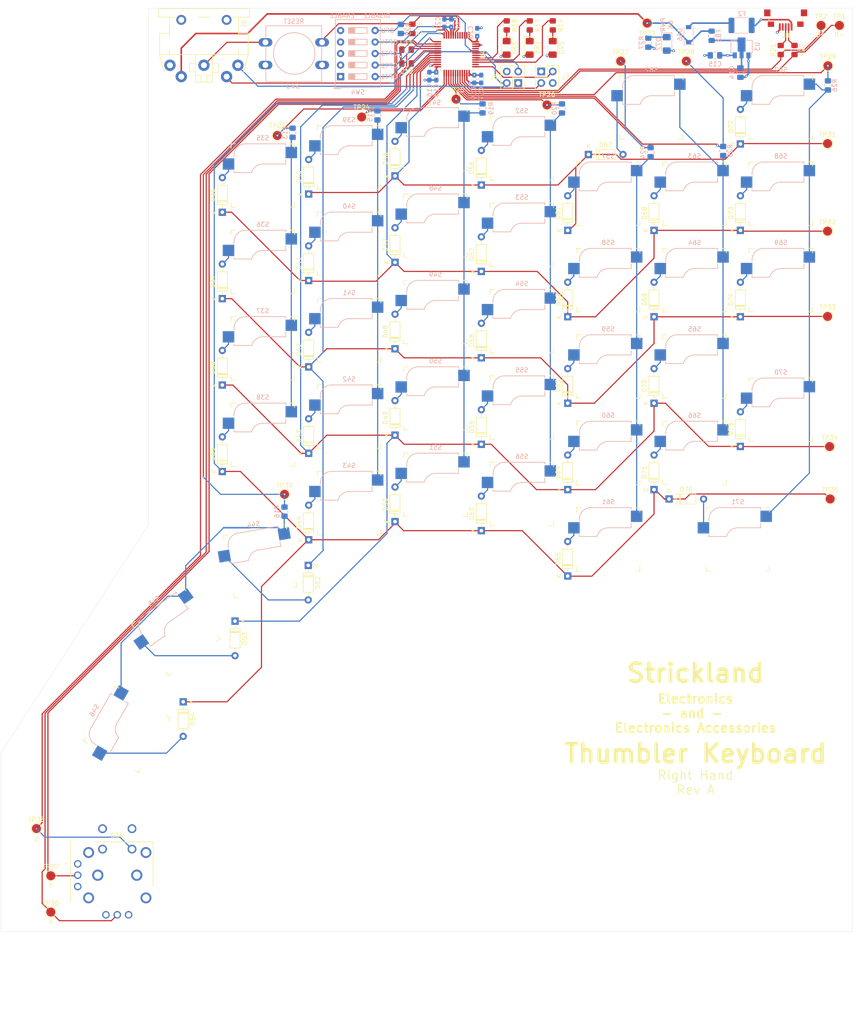
<source format=kicad_pcb>
(kicad_pcb (version 20211014) (generator pcbnew)
  (layers (0 "F.Cu" signal) (1 "In1.Cu" signal) (2 "In2.Cu" signal) (31 "B.Cu" signal) (34 "B.Paste" user) (35 "F.Paste" user) (36 "B.SilkS" user "B.Silkscreen") (37 "F.SilkS" user "F.Silkscreen") (38 "B.Mask" user) (39 "F.Mask" user) (44 "Edge.Cuts" user))
  (net 0 "")
  (net 1 "Net-(D36-Pad2)")
  (net 2 "Net-(D52-Pad2)")
  (net 3 "Net-(D53-Pad2)")
  (net 4 "Net-(D54-Pad2)")
  (net 5 "GND")
  (net 6 "+3V3")
  (net 7 "~{RST}")
  (net 8 "R_PTR_X")
  (net 9 "R_PTR_Y")
  (net 10 "R_ROW2")
  (net 11 "R_ROW5")
  (net 12 "R_ROW3")
  (net 13 "R_ROW4")
  (net 14 "R_ROW1")
  (net 15 "Net-(D66-Pad2)")
  (net 16 "+5V")
  (net 17 "R_TX")
  (net 18 "R_RX")
  (net 19 "R_SWCLK")
  (net 20 "R_SWDIO")
  (net 21 "R_USB_D+")
  (net 22 "R_USB_D-")
  (net 23 "Net-(R13-Pad2)")
  (net 24 "Net-(R15-Pad2)")
  (net 25 "R_PTR_Z")
  (net 26 "R_COL1")
  (net 27 "R_COL2")
  (net 28 "Net-(R19-Pad2)")
  (net 29 "R_COL8")
  (net 30 "R_LED1")
  (net 31 "R_LED2")
  (net 32 "R_COL3")
  (net 33 "R_LED3")
  (net 34 "Net-(R24-Pad2)")
  (net 35 "R_COL4")
  (net 36 "R_BOOT0")
  (net 37 "Net-(R26-Pad2)")
  (net 38 "R_COL5")
  (net 39 "R_COL6")
  (net 40 "R_COL7")
  (net 41 "R_OPT4")
  (net 42 "R_OPT3")
  (net 43 "R_OPT2")
  (net 44 "R_OPT1")
  (net 49 "Net-(F2-Pad1)")
  (net 50 "Net-(C14-Pad1)")
  (net 51 "Net-(D45-Pad1)")
  (net 52 "Net-(D51-Pad1)")
  (net 53 "Net-(D55-Pad1)")
  (net 54 "Net-(J8-Pad2)")
  (net 55 "Net-(J8-Pad3)")
  (net 56 "Net-(R16-Pad2)")
  (net 57 "Net-(R20-Pad2)")
  (net 58 "Net-(R25-Pad2)")
  (net 66 "Net-(D37-Pad2)")
  (net 67 "Net-(D38-Pad2)")
  (net 68 "Net-(D39-Pad2)")
  (net 69 "Net-(D40-Pad2)")
  (net 70 "Net-(D41-Pad2)")
  (net 71 "Net-(D42-Pad2)")
  (net 72 "Net-(D43-Pad2)")
  (net 73 "Net-(D44-Pad2)")
  (net 74 "Net-(D46-Pad2)")
  (net 75 "Net-(D47-Pad2)")
  (net 76 "Net-(D48-Pad2)")
  (net 77 "Net-(D49-Pad2)")
  (net 78 "Net-(D50-Pad2)")
  (net 79 "Net-(D56-Pad2)")
  (net 80 "Net-(D57-Pad2)")
  (net 81 "Net-(D58-Pad2)")
  (net 82 "Net-(D59-Pad2)")
  (net 83 "Net-(D60-Pad2)")
  (net 84 "Net-(D61-Pad2)")
  (net 85 "Net-(D62-Pad2)")
  (net 86 "Net-(D63-Pad2)")
  (net 87 "Net-(D64-Pad2)")
  (net 88 "Net-(D65-Pad2)")
  (net 89 "Net-(D67-Pad2)")
  (net 90 "Net-(D68-Pad2)")
  (net 91 "Net-(D69-Pad2)")
  (net 92 "Net-(D70-Pad2)")
  (net 93 "Net-(D71-Pad2)")
  (net 94 "Net-(D72-Pad2)")
  (net 95 "Net-(D73-Pad2)")
  (net 96 "Net-(D74-Pad2)")
  (net 97 "Net-(D75-Pad2)")
  (net 98 "Net-(D76-Pad2)")
  (net 99 "Net-(D77-Pad1)")
  (footprint "Diode_THT:D_DO-35_SOD27_P7.62mm_Horizontal" (layer "F.Cu") (at 347.721 181.6385 90)
    (fp_text reference "D36")
    (fp_text value "1N4148")
  )
  (footprint "keyswitches:Kailh_socket_MX_platemount" (layer "F.Cu") (at 356.649 173.5475)
    (fp_text reference "S35")
    (fp_text value "Kailh_Hotplug")
  )
  (footprint "Capacitor_SMD:C_0805_2012Metric_Pad1.18x1.45mm_HandSolder" (layer "F.Cu") (at 388.366 145.796 180)
    (fp_text reference "C11")
    (fp_text value "Cext")
  )
  (footprint "Capacitor_SMD:C_0805_2012Metric_Pad1.18x1.45mm_HandSolder" (layer "F.Cu") (at 388.366 148.844 180)
    (fp_text reference "C12")
    (fp_text value "Cext")
  )
  (footprint "Capacitor_SMD:C_0805_2012Metric_Pad1.18x1.45mm_HandSolder" (layer "F.Cu") (at 389.636 141.224 -90)
    (fp_text reference "C13")
    (fp_text value "100n")
  )
  (footprint "Diode_THT:D_DO-35_SOD27_P7.62mm_Horizontal" (layer "F.Cu") (at 446.278 244.856)
    (fp_text reference "D76")
    (fp_text value "1N4148")
  )
  (footprint "Diode_THT:D_DO-35_SOD27_P7.62mm_Horizontal" (layer "F.Cu") (at 366.6744 259.4864 -90)
    (fp_text reference "D52")
    (fp_text value "1N4148")
  )
  (footprint "Diode_THT:D_DO-35_SOD27_P7.62mm_Horizontal" (layer "F.Cu") (at 350.52 271.78 -90)
    (fp_text reference "D53")
    (fp_text value "1N4148")
  )
  (footprint "LED_SMD:LED_1206_3216Metric_Pad1.42x1.75mm_HandSolder" (layer "F.Cu") (at 410.464 145.415 -90)
    (fp_text reference "D55")
    (fp_text value "WHITE")
  )
  (footprint "Connector_DIN:DIN5_180_CP-2350" (layer "F.Cu") (at 343.662 139.2428 180)
    (fp_text reference "J6")
    (fp_text value "DIN-5_180degree")
  )
  (footprint "Resistor_SMD:R_0805_2012Metric_Pad1.20x1.40mm_HandSolder" (layer "F.Cu") (at 470.916 145.88246 90)
    (fp_text reference "R21")
    (fp_text value "22R")
  )
  (footprint "Resistor_SMD:R_0805_2012Metric_Pad1.20x1.40mm_HandSolder" (layer "F.Cu") (at 473.964 145.88246 -90)
    (fp_text reference "R22")
    (fp_text value "22R")
  )
  (footprint "Resistor_SMD:R_0805_2012Metric_Pad1.20x1.40mm_HandSolder" (layer "F.Cu") (at 420.624 140.462 90)
    (fp_text reference "R14")
    (fp_text value "1K")
  )
  (footprint "Resistor_SMD:R_0805_2012Metric_Pad1.20x1.40mm_HandSolder" (layer "F.Cu") (at 415.544 140.462 90)
    (fp_text reference "R17")
    (fp_text value "1K")
  )
  (footprint "Resistor_SMD:R_0805_2012Metric_Pad1.20x1.40mm_HandSolder" (layer "F.Cu") (at 410.464 140.462 90)
    (fp_text reference "R18")
    (fp_text value "1K")
  )
  (footprint "keyswitches:Kailh_socket_MX_platemount" (layer "F.Cu") (at 356.0572 258.6228 10)
    (fp_text reference "S44")
    (fp_text value "Kailh_Hotplug")
  )
  (footprint "keyswitches:Kailh_socket_MX_platemount" (layer "F.Cu") (at 337.4644 274.066 35.45)
    (fp_text reference "S45")
    (fp_text value "Kailh_Hotplug")
  )
  (footprint "keyswitches:Kailh_socket_MX_platemount" (layer "F.Cu") (at 326.644 295.6052 60)
    (fp_text reference "S46")
    (fp_text value "Kailh_Hotplug")
  )
  (footprint "TestPoint:TestPoint_Pad_D2.0mm" (layer "F.Cu") (at 359.846 164.731)
    (fp_text reference "TP23")
    (fp_text value "TestPoint")
  )
  (footprint "TestPoint:TestPoint_Pad_D2.0mm" (layer "F.Cu") (at 378.46 160.655)
    (fp_text reference "TP24")
    (fp_text value "TestPoint")
  )
  (footprint "TestPoint:TestPoint_Pad_D2.0mm" (layer "F.Cu") (at 399.288 156.718)
    (fp_text reference "TP25")
    (fp_text value "TestPoint")
  )
  (footprint "TestPoint:TestPoint_Pad_D2.0mm" (layer "F.Cu") (at 419.354 157.988)
    (fp_text reference "TP26")
    (fp_text value "TestPoint")
  )
  (footprint "TestPoint:TestPoint_Pad_D2.0mm" (layer "F.Cu") (at 435.61 148.336)
    (fp_text reference "TP27")
    (fp_text value "TestPoint")
  )
  (footprint "TestPoint:TestPoint_Pad_D2.0mm" (layer "F.Cu") (at 450.088 148.336)
    (fp_text reference "TP28")
    (fp_text value "TestPoint")
  )
  (footprint "TestPoint:TestPoint_Pad_D2.0mm" (layer "F.Cu") (at 481.33 149.352)
    (fp_text reference "TP29")
    (fp_text value "TestPoint")
  )
  (footprint "TestPoint:TestPoint_Pad_D2.0mm" (layer "F.Cu") (at 361.442 243.824)
    (fp_text reference "TP30")
    (fp_text value "TestPoint")
  )
  (footprint "TestPoint:TestPoint_Pad_D2.0mm" (layer "F.Cu") (at 481.258 166.509)
    (fp_text reference "TP31")
    (fp_text value "TestPoint")
  )
  (footprint "TestPoint:TestPoint_Pad_D2.0mm" (layer "F.Cu") (at 481.258 185.813)
    (fp_text reference "TP32")
    (fp_text value "TestPoint")
  )
  (footprint "TestPoint:TestPoint_Pad_D2.0mm" (layer "F.Cu") (at 481.258 204.609)
    (fp_text reference "TP33")
    (fp_text value "TestPoint")
  )
  (footprint "TestPoint:TestPoint_Pad_D2.0mm" (layer "F.Cu") (at 481.711 233.299)
    (fp_text reference "TP34")
    (fp_text value "TestPoint")
  )
  (footprint "TestPoint:TestPoint_Pad_D2.0mm" (layer "F.Cu") (at 481.838 244.856)
    (fp_text reference "TP35")
    (fp_text value "TestPoint")
  )
  (footprint "TestPoint:TestPoint_Pad_D2.0mm" (layer "F.Cu") (at 309.88 335.915)
    (fp_text reference "TP36")
    (fp_text value "TestPoint")
  )
  (footprint "TestPoint:TestPoint_Pad_D2.0mm" (layer "F.Cu") (at 309.88 327.914)
    (fp_text reference "TP37")
    (fp_text value "TestPoint")
  )
  (footprint "TestPoint:TestPoint_Pad_D2.0mm" (layer "F.Cu") (at 306.705 317.5)
    (fp_text reference "TP38")
    (fp_text value "TestPoint")
  )
  (footprint "Package_QFP:LQFP-48_7x7mm_P0.5mm" (layer "F.Cu") (at 399.415 146.812 -90)
    (fp_text reference "U4")
    (fp_text value "STM32F072C8Tx")
  )
  (footprint "Alps:RKJXV122400R" (layer "F.Cu") (at 315.8132 325.285 180)
    (fp_text reference "S34")
    (fp_text value "RKJXV122400R" hide)
  )
  (footprint "Connector_PinHeader_2.54mm:PinHeader_2x02_P2.54mm_Vertical" (layer "F.Cu") (at 418.079 150.617)
    (fp_text reference "J7")
    (fp_text value "Conn_01x04")
  )
  (footprint "Connector_PinHeader_2.54mm:PinHeader_2x02_P2.54mm_Vertical" (layer "F.Cu") (at 413.009 153.167 180)
    (fp_text reference "J5")
    (fp_text value "Conn_01x04")
  )
  (footprint "Diode_THT:D_DO-35_SOD27_P7.62mm_Horizontal" (layer "F.Cu") (at 339.09 289.56 -90)
    (fp_text reference "D54")
    (fp_text value "1N4148")
  )
  (footprint "LED_SMD:LED_1206_3216Metric_Pad1.42x1.75mm_HandSolder" (layer "F.Cu") (at 415.544 145.415 -90)
    (fp_text reference "D51")
    (fp_text value "WHITE")
  )
  (footprint "LED_SMD:LED_1206_3216Metric_Pad1.42x1.75mm_HandSolder" (layer "F.Cu") (at 420.624 145.415 -90)
    (fp_text reference "D45")
    (fp_text value "WHITE")
  )
  (footprint "Connector_USB:USB_Micro-B_HRO_U-F-M5SS-W-1" (layer "F.Cu") (at 472.010247 139.997426)
    (fp_text reference "J8")
    (fp_text value "USB_B_Micro")
  )
  (footprint "TestPoint:TestPoint_Pad_D2.0mm" (layer "F.Cu") (at 441.452 139.954 -90)
    (fp_text reference "TP22")
    (fp_text value "TestPoint")
  )
  (footprint "keyswitches:Kailh_socket_MX_platemount" (layer "F.Cu") (at 461.424 253.7475)
    (fp_text reference "S71")
    (fp_text value "Kailh_Hotplug")
  )
  (footprint "keyswitches:Kailh_socket_MX_platemount" (layer "F.Cu") (at 375.699 169.5475)
    (fp_text reference "S39")
    (fp_text value "Kailh_Hotplug")
  )
  (footprint "keyswitches:Kailh_socket_MX_platemount" (layer "F.Cu") (at 394.749 165.5475)
    (fp_text reference "S47")
    (fp_text value "Kailh_Hotplug")
  )
  (footprint "keyswitches:Kailh_socket_MX_platemount" (layer "F.Cu") (at 413.799 167.5475)
    (fp_text reference "S52")
    (fp_text value "Kailh_Hotplug")
  )
  (footprint "keyswitches:Kailh_socket_MX_platemount" (layer "F.Cu") (at 432.849 177.5475)
    (fp_text reference "S57")
    (fp_text value "Kailh_Hotplug")
  )
  (footprint "keyswitches:Kailh_socket_MX_platemount" (layer "F.Cu") (at 442.374 158.4975)
    (fp_text reference "S62")
    (fp_text value "Kailh_Hotplug")
  )
  (footprint "keyswitches:Kailh_socket_MX_platemount" (layer "F.Cu") (at 470.949 158.4975)
    (fp_text reference "S67")
    (fp_text value "Kailh_Hotplug")
  )
  (footprint "keyswitches:Kailh_socket_MX_platemount" (layer "F.Cu") (at 356.649 192.5975)
    (fp_text reference "S36")
    (fp_text value "Kailh_Hotplug")
  )
  (footprint "keyswitches:Kailh_socket_MX_platemount" (layer "F.Cu") (at 375.699 188.5975)
    (fp_text reference "S40")
    (fp_text value "Kailh_Hotplug")
  )
  (footprint "keyswitches:Kailh_socket_MX_platemount" (layer "F.Cu") (at 394.749 184.5975)
    (fp_text reference "S48")
    (fp_text value "Kailh_Hotplug")
  )
  (footprint "keyswitches:Kailh_socket_MX_platemount" (layer "F.Cu") (at 413.799 186.5975)
    (fp_text reference "S53")
    (fp_text value "Kailh_Hotplug")
  )
  (footprint "keyswitches:Kailh_socket_MX_platemount" (layer "F.Cu") (at 432.849 196.5975)
    (fp_text reference "S58")
    (fp_text value "Kailh_Hotplug")
  )
  (footprint "keyswitches:Kailh_socket_MX_platemount" (layer "F.Cu") (at 451.899 177.5475)
    (fp_text reference "S63")
    (fp_text value "Kailh_Hotplug")
  )
  (footprint "keyswitches:Kailh_socket_MX_platemount" (layer "F.Cu") (at 470.949 177.5475)
    (fp_text reference "S68")
    (fp_text value "Kailh_Hotplug")
  )
  (footprint "keyswitches:Kailh_socket_MX_platemount" (layer "F.Cu") (at 356.649 211.6475)
    (fp_text reference "S37")
    (fp_text value "Kailh_Hotplug")
  )
  (footprint "keyswitches:Kailh_socket_MX_platemount" (layer "F.Cu") (at 375.699 207.6475)
    (fp_text reference "S41")
    (fp_text value "Kailh_Hotplug")
  )
  (footprint "keyswitches:Kailh_socket_MX_platemount" (layer "F.Cu") (at 394.749 203.6475)
    (fp_text reference "S49")
    (fp_text value "Kailh_Hotplug")
  )
  (footprint "keyswitches:Kailh_socket_MX_platemount" (layer "F.Cu") (at 413.799 205.6475)
    (fp_text reference "S54")
    (fp_text value "Kailh_Hotplug")
  )
  (footprint "keyswitches:Kailh_socket_MX_platemount" (layer "F.Cu") (at 432.849 215.6475)
    (fp_text reference "S59")
    (fp_text value "Kailh_Hotplug")
  )
  (footprint "keyswitches:Kailh_socket_MX_platemount" (layer "F.Cu") (at 451.899 196.5975)
    (fp_text reference "S64")
    (fp_text value "Kailh_Hotplug")
  )
  (footprint "keyswitches:Kailh_socket_MX_platemount" (layer "F.Cu") (at 470.949 196.5975)
    (fp_text reference "S69")
    (fp_text value "Kailh_Hotplug")
  )
  (footprint "keyswitches:Kailh_socket_MX_platemount" (layer "F.Cu") (at 356.649 230.6975)
    (fp_text reference "S38")
    (fp_text value "Kailh_Hotplug")
  )
  (footprint "keyswitches:Kailh_socket_MX_platemount" (layer "F.Cu") (at 375.699 226.6975)
    (fp_text reference "S42")
    (fp_text value "Kailh_Hotplug")
  )
  (footprint "keyswitches:Kailh_socket_MX_platemount" (layer "F.Cu") (at 394.749 222.6975)
    (fp_text reference "S50")
    (fp_text value "Kailh_Hotplug")
  )
  (footprint "keyswitches:Kailh_socket_MX_platemount" (layer "F.Cu") (at 413.799 224.6975)
    (fp_text reference "S55")
    (fp_text value "Kailh_Hotplug")
  )
  (footprint "keyswitches:Kailh_socket_MX_platemount" (layer "F.Cu") (at 432.849 234.6975)
    (fp_text reference "S60")
    (fp_text value "Kailh_Hotplug")
  )
  (footprint "keyswitches:Kailh_socket_MX_platemount" (layer "F.Cu") (at 451.899 215.6475)
    (fp_text reference "S65")
    (fp_text value "Kailh_Hotplug")
  )
  (footprint "keyswitches:Kailh_socket_MX_platemount" (layer "F.Cu") (at 470.949 225.1725)
    (fp_text reference "S70")
    (fp_text value "Kailh_Hotplug")
  )
  (footprint "keyswitches:Kailh_socket_MX_platemount" (layer "F.Cu") (at 375.699 245.7475)
    (fp_text reference "S43")
    (fp_text value "Kailh_Hotplug")
  )
  (footprint "keyswitches:Kailh_socket_MX_platemount" (layer "F.Cu") (at 394.749 241.7475)
    (fp_text reference "S51")
    (fp_text value "Kailh_Hotplug")
  )
  (footprint "keyswitches:Kailh_socket_MX_platemount" (layer "F.Cu") (at 413.799 243.7475)
    (fp_text reference "S56")
    (fp_text value "Kailh_Hotplug")
  )
  (footprint "keyswitches:Kailh_socket_MX_platemount" (layer "F.Cu") (at 432.849 253.7475)
    (fp_text reference "S61")
    (fp_text value "Kailh_Hotplug")
  )
  (footprint "keyswitches:Kailh_socket_MX_platemount" (layer "F.Cu") (at 451.899 234.6975)
    (fp_text reference "S66")
    (fp_text value "Kailh_Hotplug")
  )
  (footprint "Diode_THT:D_DO-35_SOD27_P7.62mm_Horizontal" (layer "F.Cu") (at 366.771 177.6385 90)
    (fp_text reference "D40")
    (fp_text value "1N4148")
  )
  (footprint "Diode_THT:D_DO-35_SOD27_P7.62mm_Horizontal" (layer "F.Cu") (at 385.821 173.6385 90)
    (fp_text reference "D46")
    (fp_text value "1N4148")
  )
  (footprint "Diode_THT:D_DO-35_SOD27_P7.62mm_Horizontal" (layer "F.Cu") (at 404.871 175.6385 90)
    (fp_text reference "D56")
    (fp_text value "1N4148")
  )
  (footprint "Diode_THT:D_DO-35_SOD27_P7.62mm_Horizontal" (layer "F.Cu") (at 423.921 185.6385 90)
    (fp_text reference "D61")
    (fp_text value "1N4148")
  )
  (footprint "Diode_THT:D_DO-35_SOD27_P7.62mm_Horizontal" (layer "F.Cu") (at 428.498 168.91)
    (fp_text reference "D67")
    (fp_text value "1N4148")
  )
  (footprint "Diode_THT:D_DO-35_SOD27_P7.62mm_Horizontal" (layer "F.Cu") (at 462.021 166.5885 90)
    (fp_text reference "D72")
    (fp_text value "1N4148")
  )
  (footprint "Diode_THT:D_DO-35_SOD27_P7.62mm_Horizontal" (layer "F.Cu") (at 347.721 200.6885 90)
    (fp_text reference "D37")
    (fp_text value "1N4148")
  )
  (footprint "Diode_THT:D_DO-35_SOD27_P7.62mm_Horizontal" (layer "F.Cu") (at 366.771 196.6885 90)
    (fp_text reference "D41")
    (fp_text value "1N4148")
  )
  (footprint "Diode_THT:D_DO-35_SOD27_P7.62mm_Horizontal" (layer "F.Cu") (at 385.821 192.6885 90)
    (fp_text reference "D47")
    (fp_text value "1N4148")
  )
  (footprint "Diode_THT:D_DO-35_SOD27_P7.62mm_Horizontal" (layer "F.Cu") (at 404.871 194.6885 90)
    (fp_text reference "D57")
    (fp_text value "1N4148")
  )
  (footprint "Diode_THT:D_DO-35_SOD27_P7.62mm_Horizontal" (layer "F.Cu") (at 423.921 204.6885 90)
    (fp_text reference "D62")
    (fp_text value "1N4148")
  )
  (footprint "Diode_THT:D_DO-35_SOD27_P7.62mm_Horizontal" (layer "F.Cu") (at 442.971 185.6385 90)
    (fp_text reference "D68")
    (fp_text value "1N4148")
  )
  (footprint "Diode_THT:D_DO-35_SOD27_P7.62mm_Horizontal" (layer "F.Cu") (at 462.021 185.6385 90)
    (fp_text reference "D73")
    (fp_text value "1N4148")
  )
  (footprint "Diode_THT:D_DO-35_SOD27_P7.62mm_Horizontal" (layer "F.Cu") (at 347.721 219.7385 90)
    (fp_text reference "D38")
    (fp_text value "1N4148")
  )
  (footprint "Diode_THT:D_DO-35_SOD27_P7.62mm_Horizontal" (layer "F.Cu") (at 366.771 215.7385 90)
    (fp_text reference "D42")
    (fp_text value "1N4148")
  )
  (footprint "Diode_THT:D_DO-35_SOD27_P7.62mm_Horizontal" (layer "F.Cu") (at 385.821 211.7385 90)
    (fp_text reference "D48")
    (fp_text value "1N4148")
  )
  (footprint "Diode_THT:D_DO-35_SOD27_P7.62mm_Horizontal" (layer "F.Cu") (at 404.871 213.7385 90)
    (fp_text reference "D58")
    (fp_text value "1N4148")
  )
  (footprint "Diode_THT:D_DO-35_SOD27_P7.62mm_Horizontal" (layer "F.Cu") (at 423.921 223.7385 90)
    (fp_text reference "D63")
    (fp_text value "1N4148")
  )
  (footprint "Diode_THT:D_DO-35_SOD27_P7.62mm_Horizontal" (layer "F.Cu") (at 442.971 204.6885 90)
    (fp_text reference "D69")
    (fp_text value "1N4148")
  )
  (footprint "Diode_THT:D_DO-35_SOD27_P7.62mm_Horizontal" (layer "F.Cu") (at 462.021 204.6885 90)
    (fp_text reference "D74")
    (fp_text value "1N4148")
  )
  (footprint "Diode_THT:D_DO-35_SOD27_P7.62mm_Horizontal" (layer "F.Cu") (at 347.721 238.7885 90)
    (fp_text reference "D39")
    (fp_text value "1N4148")
  )
  (footprint "Diode_THT:D_DO-35_SOD27_P7.62mm_Horizontal" (layer "F.Cu") (at 366.771 234.7885 90)
    (fp_text reference "D43")
    (fp_text value "1N4148")
  )
  (footprint "Diode_THT:D_DO-35_SOD27_P7.62mm_Horizontal" (layer "F.Cu") (at 385.821 230.7885 90)
    (fp_text reference "D49")
    (fp_text value "1N4148")
  )
  (footprint "Diode_THT:D_DO-35_SOD27_P7.62mm_Horizontal" (layer "F.Cu") (at 404.871 232.7885 90)
    (fp_text reference "D59")
    (fp_text value "1N4148")
  )
  (footprint "Diode_THT:D_DO-35_SOD27_P7.62mm_Horizontal" (layer "F.Cu") (at 423.921 242.7885 90)
    (fp_text reference "D64")
    (fp_text value "1N4148")
  )
  (footprint "Diode_THT:D_DO-35_SOD27_P7.62mm_Horizontal" (layer "F.Cu") (at 442.971 223.7385 90)
    (fp_text reference "D70")
    (fp_text value "1N4148")
  )
  (footprint "Diode_THT:D_DO-35_SOD27_P7.62mm_Horizontal" (layer "F.Cu") (at 462.021 233.2635 90)
    (fp_text reference "D75")
    (fp_text value "1N4148")
  )
  (footprint "Diode_THT:D_DO-35_SOD27_P7.62mm_Horizontal" (layer "F.Cu") (at 366.771 253.8385 90)
    (fp_text reference "D44")
    (fp_text value "1N4148")
  )
  (footprint "Diode_THT:D_DO-35_SOD27_P7.62mm_Horizontal" (layer "F.Cu") (at 385.821 249.8385 90)
    (fp_text reference "D50")
    (fp_text value "1N4148")
  )
  (footprint "Diode_THT:D_DO-35_SOD27_P7.62mm_Horizontal" (layer "F.Cu") (at 404.871 251.8385 90)
    (fp_text reference "D60")
    (fp_text value "1N4148")
  )
  (footprint "Diode_THT:D_DO-35_SOD27_P7.62mm_Horizontal" (layer "F.Cu") (at 423.921 261.8385 90)
    (fp_text reference "D65")
    (fp_text value "1N4148")
  )
  (footprint "Diode_THT:D_DO-35_SOD27_P7.62mm_Horizontal" (layer "F.Cu") (at 442.971 242.7885 90)
    (fp_text reference "D71")
    (fp_text value "1N4148")
  )
  (footprint "MountingHole:MountingHole_3.2mm_M3" (layer "F.Cu") (at 403.86 261.62)
    (fp_text reference "H6" hide)
    (fp_text value "MountingHole")
  )
  (footprint "MountingHole:MountingHole_3.2mm_M3" (layer "F.Cu") (at 477.52 330.2)
    (fp_text reference "H4" hide)
    (fp_text value "MountingHole")
  )
  (footprint "TestPoint:TestPoint_Pad_D2.0mm" (layer "F.Cu") (at 483.87 140.462)
    (fp_text reference "TP1")
    (fp_text value "TestPoint")
  )
  (footprint "MountingHole:MountingHole_3.2mm_M3" (layer "F.Cu") (at 340.36 162.56)
    (fp_text reference "H7" hide)
    (fp_text value "MountingHole")
  )
  (footprint "MountingHole:MountingHole_3.2mm_M3" (layer "F.Cu") (at 304.8 309.88)
    (fp_text reference "H3" hide)
    (fp_text value "MountingHole")
  )
  (footprint "MountingHole:MountingHole_3.2mm_M3" (layer "F.Cu") (at 340.36 243.84)
    (fp_text reference "H1" hide)
    (fp_text value "MountingHole")
  )
  (footprint "MountingHole:MountingHole_3.2mm_M3" (layer "F.Cu") (at 429.26 144.78)
    (fp_text reference "H2" hide)
    (fp_text value "MountingHole")
  )
  (footprint "TestPoint:TestPoint_Pad_D2.0mm" (layer "F.Cu") (at 479.82 140.462)
    (fp_text reference "TP2")
    (fp_text value "TestPoint")
  )
  (footprint "MountingHole:MountingHole_3.2mm_M3" (layer "F.Cu") (at 482.6 213.36)
    (fp_text reference "H5" hide)
    (fp_text value "MountingHole")
  )
  (footprint "Capacitor_SMD:C_0805_2012Metric_Pad1.18x1.45mm_HandSolder" (layer "B.Cu") (at 462.026 150.8545 -90)
    (fp_text reference "C14")
    (fp_text value "1u")
  )
  (footprint "Capacitor_SMD:C_0805_2012Metric_Pad1.18x1.45mm_HandSolder" (layer "B.Cu") (at 456.4165 147.066 180)
    (fp_text reference "C15")
    (fp_text value "1u")
  )
  (footprint "Capacitor_SMD:C_0603_1608Metric_Pad1.08x0.95mm_HandSolder" (layer "B.Cu") (at 393.4105 151.643 -90)
    (fp_text reference "C16")
    (fp_text value "4u7")
  )
  (footprint "Capacitor_SMD:C_0603_1608Metric_Pad1.08x0.95mm_HandSolder" (layer "B.Cu") (at 404.8405 152.278 -90)
    (fp_text reference "C17")
    (fp_text value "4u7")
  )
  (footprint "Capacitor_SMD:C_0603_1608Metric_Pad1.08x0.95mm_HandSolder" (layer "B.Cu") (at 394.9345 151.643 -90)
    (fp_text reference "C18")
    (fp_text value "100n")
  )
  (footprint "Capacitor_SMD:C_0603_1608Metric_Pad1.08x0.95mm_HandSolder" (layer "B.Cu") (at 403.3165 152.278 -90)
    (fp_text reference "C19")
    (fp_text value "100n")
  )
  (footprint "Capacitor_SMD:C_0603_1608Metric_Pad1.08x0.95mm_HandSolder" (layer "B.Cu") (at 403.9515 141.9667 90)
    (fp_text reference "C20")
    (fp_text value "100n")
  )
  (footprint "Capacitor_SMD:C_0603_1608Metric_Pad1.08x0.95mm_HandSolder" (layer "B.Cu") (at 396.7125 139.959 90)
    (fp_text reference "C21")
    (fp_text value "1u")
  )
  (footprint "Capacitor_SMD:C_0603_1608Metric_Pad1.08x0.95mm_HandSolder" (layer "B.Cu") (at 398.2365 139.959 90)
    (fp_text reference "C22")
    (fp_text value "10n")
  )
  (footprint "Inductor_SMD:L_0805_2012Metric_Pad1.15x1.40mm_HandSolder" (layer "B.Cu") (at 455.676 142.748 90)
    (fp_text reference "FB2")
    (fp_text value "90R @ 100MHz")
  )
  (footprint "Resistor_SMD:R_0805_2012Metric_Pad1.20x1.40mm_HandSolder" (layer "B.Cu") (at 441.706 144.256 -90)
    (fp_text reference "R27")
    (fp_text value "1K")
  )
  (footprint "Resistor_SMD:R_0805_2012Metric_Pad1.20x1.40mm_HandSolder" (layer "B.Cu") (at 363.22 164.112 -90)
    (fp_text reference "R13")
    (fp_text value "470R")
  )
  (footprint "Resistor_SMD:R_0805_2012Metric_Pad1.20x1.40mm_HandSolder" (layer "B.Cu") (at 381.944 160.29 -90)
    (fp_text reference "R15")
    (fp_text value "470R")
  )
  (footprint "Resistor_SMD:R_0805_2012Metric_Pad1.20x1.40mm_HandSolder" (layer "B.Cu") (at 361.442 247.634 -90)
    (fp_text reference "R16")
    (fp_text value "470R")
  )
  (footprint "Resistor_SMD:R_0805_2012Metric_Pad1.20x1.40mm_HandSolder" (layer "B.Cu") (at 405.13 158.75 -90)
    (fp_text reference "R19")
    (fp_text value "470R")
  )
  (footprint "Resistor_SMD:R_0805_2012Metric_Pad1.20x1.40mm_HandSolder" (layer "B.Cu") (at 422.656 158.766 -90)
    (fp_text reference "R20")
    (fp_text value "470R")
  )
  (footprint "Resistor_SMD:R_0805_2012Metric_Pad1.20x1.40mm_HandSolder" (layer "B.Cu") (at 387.096 141.24 -90)
    (fp_text reference "R23")
    (fp_text value "10K")
  )
  (footprint "Resistor_SMD:R_0805_2012Metric_Pad1.20x1.40mm_HandSolder" (layer "B.Cu") (at 442.214 168.402 -90)
    (fp_text reference "R24")
    (fp_text value "470R")
  )
  (footprint "Resistor_SMD:R_0805_2012Metric_Pad1.20x1.40mm_HandSolder" (layer "B.Cu") (at 458.216 168.148 -90)
    (fp_text reference "R25")
    (fp_text value "470R")
  )
  (footprint "Resistor_SMD:R_0805_2012Metric_Pad1.20x1.40mm_HandSolder" (layer "B.Cu") (at 481.33 153.686 -90)
    (fp_text reference "R26")
    (fp_text value "470R")
  )
  (footprint "Button_Switch_THT:SW_PUSH-12mm" (layer "B.Cu") (at 357.234 149.185)
    (fp_text reference "SW3")
    (fp_text value "SW_Push")
  )
  (footprint "Button_Switch_THT:SW_DIP_SPSTx05_Slide_9.78x14.88mm_W7.62mm_P2.54mm" (layer "B.Cu") (at 373.81175 151.742)
    (fp_text reference "SW4")
    (fp_text value "SW_DIP_x05")
  )
  (footprint "Package_TO_SOT_SMD:SOT-89-3" (layer "B.Cu") (at 462.28 145.415 90)
    (fp_text reference "U3")
    (fp_text value "MCP1700-3302E_SOT89")
  )
  (footprint "Diode_SMD:D_SOD-123" (layer "B.Cu") (at 450.596 142.494 90)
    (fp_text reference "D66")
    (fp_text value "B5819W")
  )
  (footprint "Resistor_SMD:R_1812_4532Metric_Pad1.30x3.40mm_HandSolder" (layer "B.Cu") (at 462.28 140.462 180)
    (fp_text reference "F2")
    (fp_text value "350mA")
  )
  (footprint "LED_SMD:LED_1206_3216Metric_Pad1.42x1.75mm_HandSolder" (layer "B.Cu") (at 445.77 144.526 -90)
    (fp_text reference "D77")
    (fp_text value "RED")
  )
  (gr_poly (pts (xy 331.497793 250.429104) (xy 298.936338 300.721104) (xy 298.936338 340.218104) (xy 486.691793 340.218104) (xy 486.691793 136.637104) (xy 331.497793 136.637104)) (layer "Edge.Cuts") (width 0.05) (fill none))
  (gr_text "DISABLE" (at 381.762 138.303) (layer "B.SilkS") (effects (font (size 1 1)) (justify mirror)))
  (gr_text "OPT2" (at 384.556 149.352) (layer "B.SilkS") (effects (font (size 1 1)) (justify mirror)))
  (gr_text "DFU" (at 384.175 141.605) (layer "B.SilkS") (effects (font (size 1 1)) (justify mirror)))
  (gr_text "PWR\nOK" (at 445.77 140.335 90) (layer "B.SilkS") (effects (font (size 1 1)) (justify mirror)))
  (gr_text "OPT3" (at 384.556 146.685) (layer "B.SilkS") (effects (font (size 1 1)) (justify mirror)))
  (gr_text "ENABLE" (at 374.142 138.303) (layer "B.SilkS") (effects (font (size 1 1)) (justify mirror)))
  (gr_text "OPT1" (at 384.556 151.765) (layer "B.SilkS") (effects (font (size 1 1)) (justify mirror)))
  (gr_text "OPT4" (at 384.556 144.145) (layer "B.SilkS") (effects (font (size 1 1)) (justify mirror)))
  (gr_text "RESET" (at 363.474 139.573) (layer "B.SilkS") (effects (font (size 1 1)) (justify mirror)))
  (gr_text "D+" (at 479.806 142.494) (layer "F.SilkS") (effects (font (size 1 1))))
  (gr_text "Strickland" (at 452.12 283.21) (layer "F.SilkS") (effects (font (size 4 4) (thickness 0.8))))
  (gr_text "Z" (at 306.705 319.786) (layer "F.SilkS") (effects (font (size 1 1))))
  (gr_text "Electronics\n- and - \nElectronics Accessories" (at 452.12 292.1) (layer "F.SilkS") (effects (font (size 2 2) (thickness 0.4))))
  (gr_text "D-" (at 483.87 142.494) (layer "F.SilkS") (effects (font (size 1 1))))
  (gr_text "Right Hand\nRev A" (at 452.12 307.34) (layer "F.SilkS") (effects (font (size 2 2) (thickness 0.2))))
  (gr_text "Thumbler Keyboard" (at 452.12 300.99) (layer "F.SilkS") (effects (font (size 4 4) (thickness 0.8))))
  (gr_text "X" (at 309.88 338.074) (layer "F.SilkS") (effects (font (size 1 1))))
  (gr_text "Y" (at 309.88 330.073) (layer "F.SilkS") (effects (font (size 1 1))))
  (segment (start 349.089 171.0075) (end 349.089 172.6505) (width 0.25) (layer "B.Cu") (net 1))
  (segment (start 349.089 172.6505) (end 347.721 174.0185) (width 0.25) (layer "B.Cu") (net 1))
  (segment (start 357.843218 267.1064) (end 366.6744 267.1064) (width 0.25) (layer "B.Cu") (net 2))
  (segment (start 348.170987 257.434169) (end 357.843218 267.1064) (width 0.25) (layer "B.Cu") (net 2))
  (segment (start 332.851076 279.4) (end 350.52 279.4) (width 0.25) (layer "B.Cu") (net 3))
  (segment (start 329.832678 276.381602) (end 332.851076 279.4) (width 0.25) (layer "B.Cu") (net 3))
  (segment (start 320.664295 300.882352) (end 335.387648 300.882352) (width 0.25) (layer "B.Cu") (net 4))
  (segment (start 335.387648 300.882352) (end 339.09 297.18) (width 0.25) (layer "B.Cu") (net 4))
  (segment (start 401.665 152.491) (end 402.336 153.162) (width 0.35) (layer "F.Cu") (net 5))
  (segment (start 470.710247 141.429753) (end 470.154 141.986) (width 0.35) (layer "F.Cu") (net 5))
  (segment (start 399.034 141.224) (end 399.034 139.192) (width 0.35) (layer "F.Cu") (net 5))
  (segment (start 387.096002 148.611502) (end 387.096002 147.32) (width 0.35) (layer "F.Cu") (net 5))
  (segment (start 403.5775 145.062) (end 404.312 145.062) (width 0.35) (layer "F.Cu") (net 5))
  (segment (start 404.566893 144.78) (end 404.876 144.78) (width 0.35) (layer "F.Cu") (net 5))
  (segment (start 394.336895 149.062) (end 394.046895 149.352) (width 0.35) (layer "F.Cu") (net 5))
  (segment (start 404.594 144.78) (end 404.876 144.78) (width 0.35) (layer "F.Cu") (net 5))
  (segment (start 401.665 150.9745) (end 401.665 152.491) (width 0.35) (layer "F.Cu") (net 5))
  (segment (start 395.2525 149.062) (end 394.336895 149.062) (width 0.35) (layer "F.Cu") (net 5))
  (segment (start 387.3285 145.796) (end 387.0745 146.05) (width 0.35) (layer "F.Cu") (net 5))
  (segment (start 387.3285 148.844) (end 387.096002 148.611502) (width 0.35) (layer "F.Cu") (net 5))
  (segment (start 389.636 142.2615) (end 389.6145 142.24) (width 0.35) (layer "F.Cu") (net 5))
  (segment (start 470.710247 140.797426) (end 470.710247 141.429753) (width 0.35) (layer "F.Cu") (net 5))
  (segment (start 404.312 145.062) (end 404.594 144.78) (width 0.35) (layer "F.Cu") (net 5))
  (segment (start 398.665 142.6495) (end 398.665 141.593) (width 0.35) (layer "F.Cu") (net 5))
  (segment (start 404.348893 144.562) (end 404.566893 144.78) (width 0.35) (layer "F.Cu") (net 5))
  (segment (start 387.0745 146.05) (end 387.0745 147.2985) (width 0.35) (layer "F.Cu") (net 5))
  (segment (start 389.6145 142.24) (end 388.366 142.24) (width 0.35) (layer "F.Cu") (net 5))
  (segment (start 394.046895 149.352) (end 393.7 149.352) (width 0.35) (layer "F.Cu") (net 5))
  (segment (start 398.665 141.593) (end 399.034 141.224) (width 0.35) (layer "F.Cu") (net 5))
  (segment (start 403.5775 144.562) (end 404.348893 144.562) (width 0.35) (layer "F.Cu") (net 5))
  (via (at 442.976 145.542) (size 0.6) (drill 0.3) (layers "F.Cu" "B.Cu") (net 5))
  (via (at 393.7 149.352) (size 0.6) (drill 0.3) (layers "F.Cu" "B.Cu") (net 5))
  (via (at 463.296 151.638) (size 0.6) (drill 0.3) (layers "F.Cu" "B.Cu") (net 5))
  (via (at 388.366 142.24) (size 0.6) (drill 0.3) (layers "F.Cu" "B.Cu") (net 5))
  (via (at 404.876 140.97) (size 0.6) (drill 0.3) (layers "F.Cu" "B.Cu") (net 5))
  (via (at 392.43 152.5055) (size 0.6) (drill 0.3) (layers "F.Cu" "B.Cu") (net 5))
  (via (at 387.096002 147.32) (size 0.6) (drill 0.3) (layers "F.Cu" "B.Cu") (net 5))
  (via (at 399.034 139.192) (size 0.6) (drill 0.3) (layers "F.Cu" "B.Cu") (net 5))
  (via (at 463.804 148.336) (size 0.6) (drill 0.3) (layers "F.Cu" "B.Cu") (net 5))
  (via (at 402.336 153.162) (size 0.6) (drill 0.3) (layers "F.Cu" "B.Cu") (net 5))
  (via (at 470.154 141.986) (size 0.6) (drill 0.3) (layers "F.Cu" "B.Cu") (net 5))
  (via (at 404.876 144.78) (size 0.4) (drill 0.2) (layers "F.Cu" "B.Cu") (net 5))
  (via (at 454.1305 147.066) (size 0.6) (drill 0.3) (layers "F.Cu" "B.Cu") (net 5))
  (segment (start 393.4105 152.5055) (end 392.43 152.5055) (width 0.35) (layer "B.Cu") (net 5))
  (segment (start 404.7418 141.1042) (end 404.876 140.97) (width 0.35) (layer "B.Cu") (net 5))
  (segment (start 463.78 148.312) (end 463.804 148.336) (width 0.35) (layer "B.Cu") (net 5))
  (segment (start 403.3165 153.1405) (end 404.8405 153.1405) (width 0.35) (layer "B.Cu") (net 5))
  (segment (start 442.69 145.256) (end 442.976 145.542) (width 0.35) (layer "B.Cu") (net 5))
  (segment (start 455.379 147.066) (end 454.1305 147.066) (width 0.35) (layer "B.Cu") (net 5))
  (segment (start 441.706 145.256) (end 442.69 145.256) (width 0.35) (layer "B.Cu") (net 5))
  (segment (start 387.096 142.24) (end 388.366 142.24) (width 0.35) (layer "B.Cu") (net 5))
  (segment (start 463.042 151.892) (end 463.296 151.638) (width 0.35) (layer "B.Cu") (net 5))
  (segment (start 463.804 151.13) (end 463.296 151.638) (width 0.35) (layer "B.Cu") (net 5))
  (segment (start 402.3575 153.1405) (end 402.336 153.162) (width 0.35) (layer "B.Cu") (net 5))
  (segment (start 403.3165 153.1405) (end 402.3575 153.1405) (width 0.35) (layer "B.Cu") (net 5))
  (segment (start 398.2365 139.0965) (end 396.7125 139.0965) (width 0.35) (layer "B.Cu") (net 5))
  (segment (start 462.28 151.892) (end 463.042 151.892) (width 0.35) (layer "B.Cu") (net 5))
  (segment (start 403.9515 141.1042) (end 404.7418 141.1042) (width 0.35) (layer "B.Cu") (net 5))
  (segment (start 394.9345 152.5055) (end 393.4105 152.5055) (width 0.35) (layer "B.Cu") (net 5))
  (segment (start 398.9385 139.0965) (end 399.034 139.192) (width 0.35) (layer "B.Cu") (net 5))
  (segment (start 463.78 147.065) (end 463.78 148.312) (width 0.35) (layer "B.Cu") (net 5))
  (segment (start 463.804 148.336) (end 463.804 151.13) (width 0.35) (layer "B.Cu") (net 5))
  (segment (start 398.2365 139.0965) (end 398.9385 139.0965) (width 0.35) (layer "B.Cu") (net 5))
  (segment (start 419.7715 146.739) (end 419.354 147.1565) (width 0.35) (layer "F.Cu") (net 6))
  (segment (start 395.2525 149.562) (end 394.9345 149.88) (width 0.35) (layer "F.Cu") (net 6))
  (segment (start 414.274 147.32) (end 414.6915 146.9025) (width 0.35) (layer "F.Cu") (net 6))
  (segment (start 403.9515 143.688) (end 403.5775 144.062) (width 0.35) (layer "F.Cu") (net 6))
  (segment (start 394.9345 149.88) (end 394.9345 149.992) (width 0.35) (layer "F.Cu") (net 6))
  (segment (start 403.3165 151.389) (end 402.5795 151.389) (width 0.35) (layer "F.Cu") (net 6))
  (segment (start 398.2365 140.848) (end 398.165 140.9195) (width 0.35) (layer "F.Cu") (net 6))
  (segment (start 409.6115 146.9025) (end 409.194 147.32) (width 0.35) (layer "F.Cu") (net 6))
  (segment (start 402.5795 151.389) (end 402.313 151.1225) (width 0.35) (layer "F.Cu") (net 6))
  (segment (start 398.165 140.9195) (end 398.165 142.6495) (width 0.35) (layer "F.Cu") (net 6))
  (segment (start 402.5795 151.389) (end 402.165 150.9745) (width 0.35) (layer "F.Cu") (net 6))
  (segment (start 394.9345 150.754) (end 394.9345 149.992) (width 0.35) (layer "F.Cu") (net 6))
  (segment (start 414.6915 146.9025) (end 415.544 146.9025) (width 0.35) (layer "F.Cu") (net 6))
  (segment (start 410.464 146.9025) (end 409.6115 146.9025) (width 0.35) (layer "F.Cu") (net 6))
  (segment (start 402.888 144.062) (end 403.5775 144.062) (width 0.35) (layer "F.Cu") (net 6))
  (segment (start 402.165 143.339) (end 402.888 144.062) (width 0.35) (layer "F.Cu") (net 6))
  (segment (start 420.624 146.739) (end 419.7715 146.739) (width 0.35) (layer "F.Cu") (net 6))
  (segment (start 402.165 142.6495) (end 402.165 143.339) (width 0.35) (layer "F.Cu") (net 6))
  (segment (start 403.9515 142.88) (end 403.9515 143.688) (width 0.35) (layer "F.Cu") (net 6))
  (via (at 414.274 147.32) (size 0.6) (drill 0.3) (layers "F.Cu" "B.Cu") (net 6))
  (via (at 403.9515 142.88) (size 0.6) (drill 0.3) (layers "F.Cu" "B.Cu") (net 6))
  (via (at 447.294 146.05) (size 0.6) (drill 0.3) (layers "F.Cu" "B.Cu") (net 6))
  (via (at 459.232 147.066) (size 0.6) (drill 0.3) (layers "F.Cu" "B.Cu") (net 6))
  (via (at 419.354 147.1565) (size 0.6) (drill 0.3) (layers "F.Cu" "B.Cu") (net 6))
  (via (at 394.9345 150.754) (size 0.6) (drill 0.3) (layers "F.Cu" "B.Cu") (net 6))
  (via (at 403.3165 151.389) (size 0.6) (drill 0.3) (layers "F.Cu" "B.Cu") (net 6))
  (via (at 409.194 147.32) (size 0.6) (drill 0.3) (layers "F.Cu" "B.Cu") (net 6))
  (via (at 398.2365 140.848) (size 0.6) (drill 0.3) (layers "F.Cu" "B.Cu") (net 6))
  (segment (start 396.5855 140.8215) (end 398.21 140.8215) (width 0.35) (layer "B.Cu") (net 6))
  (segment (start 460.78 147.065) (end 460.779 147.066) (width 0.35) (layer "B.Cu") (net 6))
  (segment (start 457.454 147.066) (end 459.232 147.066) (width 0.35) (layer "B.Cu") (net 6))
  (segment (start 398.21 140.8215) (end 398.2365 140.848) (width 0.35) (layer "B.Cu") (net 6))
  (segment (start 404.8405 151.4155) (end 403.3165 151.4155) (width 0.35) (layer "B.Cu") (net 6))
  (segment (start 393.4105 150.7805) (end 394.9345 150.7805) (width 0.35) (layer "B.Cu") (net 6))
  (segment (start 445.77 146.0135) (end 447.2575 146.0135) (width 0.35) (layer "B.Cu") (net 6))
  (segment (start 460.779 147.066) (end 459.232 147.066) (width 0.35) (layer "B.Cu") (net 6))
  (segment (start 399.288 138.43) (end 391.3925 138.43) (width 0.25) (layer "F.Cu") (net 7))
  (segment (start 399.165 141.948817) (end 399.796 141.317817) (width 0.25) (layer "F.Cu") (net 7))
  (segment (start 389.7375 140.085) (end 373.376 140.085) (width 0.25) (layer "F.Cu") (net 7))
  (segment (start 399.796 141.317817) (end 399.796 138.938) (width 0.25) (layer "F.Cu") (net 7))
  (segment (start 399.165 142.6495) (end 399.165 141.948817) (width 0.25) (layer "F.Cu") (net 7))
  (segment (start 391.3925 138.43) (end 389.7375 140.085) (width 0.25) (layer "F.Cu") (net 7))
  (segment (start 399.796 138.938) (end 399.288 138.43) (width 0.25) (layer "F.Cu") (net 7))
  (segment (start 348.7198 144.185) (end 357.234 144.185) (width 0.25) (layer "F.Cu") (net 7))
  (segment (start 369.734 143.727) (end 369.734 144.185) (width 0.25) (layer "F.Cu") (net 7))
  (segment (start 373.376 140.085) (end 369.734 143.727) (width 0.25) (layer "F.Cu") (net 7))
  (segment (start 343.662 149.2428) (end 348.7198 144.185) (width 0.25) (layer "F.Cu") (net 7))
  (segment (start 323.2382 337.82) (end 324.5432 336.515) (width 0.25) (layer "F.Cu") (net 8))
  (segment (start 383.852326 157.472022) (end 359.951152 157.472022) (width 0.25) (layer "F.Cu") (net 8))
  (segment (start 359.951152 157.472022) (end 344.17 173.253174) (width 0.25) (layer "F.Cu") (net 8))
  (segment (start 308.61 326.39) (end 307.975 327.025) (width 0.25) (layer "F.Cu") (net 8))
  (segment (start 344.17 173.253174) (end 344.17 256.54) (width 0.25) (layer "F.Cu") (net 8))
  (segment (start 386.580022 151.352998) (end 386.580022 154.744326) (width 0.25) (layer "F.Cu") (net 8))
  (segment (start 307.975 327.025) (end 307.975 334.01) (width 0.25) (layer "F.Cu") (net 8))
  (segment (start 311.785 337.82) (end 323.2382 337.82) (width 0.25) (layer "F.Cu") (net 8))
  (segment (start 344.17 256.54) (end 308.61 292.1) (width 0.25) (layer "F.Cu") (net 8))
  (segment (start 388.366 146.8335) (end 388.366 149.56702) (width 0.25) (layer "F.Cu") (net 8))
  (segment (start 389.6375 145.562) (end 388.366 146.8335) (width 0.25) (layer "F.Cu") (net 8))
  (segment (start 308.61 292.1) (end 308.61 326.39) (width 0.25) (layer "F.Cu") (net 8))
  (segment (start 386.580022 154.744326) (end 383.852326 157.472022) (width 0.25) (layer "F.Cu") (net 8))
  (segment (start 388.366 149.56702) (end 386.580022 151.352998) (width 0.25) (layer "F.Cu") (net 8))
  (segment (start 395.2525 145.562) (end 389.6375 145.562) (width 0.25) (layer "F.Cu") (net 8))
  (segment (start 309.88 335.915) (end 311.785 337.82) (width 0.25) (layer "F.Cu") (net 8))
  (segment (start 307.975 334.01) (end 309.88 335.915) (width 0.25) (layer "F.Cu") (net 8))
  (segment (start 344.805 173.151348) (end 360.107315 157.849033) (width 0.25) (layer "F.Cu") (net 9))
  (segment (start 389.4035 149.062694) (end 389.4035 148.844) (width 0.25) (layer "F.Cu") (net 9))
  (segment (start 395.2525 146.062) (end 395.2405 146.05) (width 0.25) (layer "F.Cu") (net 9))
  (segment (start 389.4035 148.844) (end 392.1975 146.05) (width 0.25) (layer "F.Cu") (net 9))
  (segment (start 309.245 291.998174) (end 344.805 256.438174) (width 0.25) (layer "F.Cu") (net 9))
  (segment (start 384.008489 157.849033) (end 386.965011 154.892511) (width 0.25) (layer "F.Cu") (net 9))
  (segment (start 309.245 327.279) (end 309.245 292.1) (width 0.25) (layer "F.Cu") (net 9))
  (segment (start 386.965011 151.501183) (end 389.4035 149.062694) (width 0.25) (layer "F.Cu") (net 9))
  (segment (start 315.6842 327.914) (end 309.88 327.914) (width 0.25) (layer "F.Cu") (net 9))
  (segment (start 395.2405 146.05) (end 392.1975 146.05) (width 0.25) (layer "F.Cu") (net 9))
  (segment (start 344.805 256.438174) (end 344.805 173.151348) (width 0.25) (layer "F.Cu") (net 9))
  (segment (start 315.8132 327.785) (end 315.6842 327.914) (width 0.25) (layer "F.Cu") (net 9))
  (segment (start 386.965011 154.892511) (end 386.965011 151.501183) (width 0.25) (layer "F.Cu") (net 9))
  (segment (start 360.107315 157.849033) (end 384.008489 157.849033) (width 0.25) (layer "F.Cu") (net 9))
  (segment (start 309.88 327.914) (end 309.245 327.279) (width 0.25) (layer "F.Cu") (net 9))
  (segment (start 387.821 194.6885) (end 385.821 192.6885) (width 0.25) (layer "F.Cu") (net 10))
  (segment (start 442.971 185.6385) (end 462.021 185.6385) (width 0.25) (layer "F.Cu") (net 10))
  (segment (start 481.258 185.813) (end 462.1955 185.813) (width 0.25) (layer "F.Cu") (net 10))
  (segment (start 423.921 201.417) (end 417.1925 194.6885) (width 0.25) (layer "F.Cu") (net 10))
  (segment (start 442.971 191.775) (end 430.0575 204.6885) (width 0.25) (layer "F.Cu") (net 10))
  (segment (start 390.652 150.951522) (end 390.652 154.432) (width 0.25) (layer "F.Cu") (net 10))
  (segment (start 364.8365 196.6885) (end 349.7865 181.6385) (width 0.25) (layer "F.Cu") (net 10))
  (segment (start 366.771 196.6885) (end 364.8365 196.6885) (width 0.25) (layer "F.Cu") (net 10))
  (segment (start 349.7865 181.6385) (end 347.721 181.6385) (width 0.25) (layer "F.Cu") (net 10))
  (segment (start 430.0575 204.6885) (end 423.921 204.6885) (width 0.25) (layer "F.Cu") (net 10))
  (segment (start 404.871 194.6885) (end 387.821 194.6885) (width 0.25) (layer "F.Cu") (net 10))
  (segment (start 393.541522 148.062) (end 390.652 150.951522) (width 0.25) (layer "F.Cu") (net 10))
  (segment (start 381.6595 196.85) (end 366.9325 196.85) (width 0.25) (layer "F.Cu") (net 10))
  (segment (start 417.1925 194.6885) (end 404.871 194.6885) (width 0.25) (layer "F.Cu") (net 10))
  (segment (start 395.2525 148.062) (end 393.541522 148.062) (width 0.25) (layer "F.Cu") (net 10))
  (segment (start 366.9325 196.85) (end 366.771 196.6885) (width 0.25) (layer "F.Cu") (net 10))
  (segment (start 423.921 204.6885) (end 423.921 201.417) (width 0.25) (layer "F.Cu") (net 10))
  (segment (start 442.971 185.6385) (end 442.971 191.775) (width 0.25) (layer "F.Cu") (net 10))
  (segment (start 462.1955 185.813) (end 462.021 185.6385) (width 0.25) (layer "F.Cu") (net 10))
  (segment (start 385.821 192.6885) (end 381.6595 196.85) (width 0.25) (layer "F.Cu") (net 10))
  (via (at 390.652 154.432) (size 0.4) (drill 0.2) (layers "F.Cu" "B.Cu") (net 10))
  (segment (start 390.652 154.432) (end 390.652 155.981739) (width 0.25) (layer "B.Cu") (net 10))
  (segment (start 384.048 190.9155) (end 385.821 192.6885) (width 0.25) (layer "B.Cu") (net 10))
  (segment (start 384.048 162.585739) (end 384.048 190.9155) (width 0.25) (layer "B.Cu") (net 10))
  (segment (start 390.652 155.981739) (end 384.048 162.585739) (width 0.25) (layer "B.Cu") (net 10))
  (segment (start 351.721 238.7885) (end 347.721 238.7885) (width 0.25) (layer "F.Cu") (net 11))
  (segment (start 423.9565 261.874) (end 423.921 261.8385) (width 0.35) (layer "F.Cu") (net 11))
  (segment (start 385.821 250.195) (end 385.821 249.941) (width 0.25) (layer "F.Cu") (net 11))
  (segment (start 445.262 244.856) (end 446.278 244.856) (width 0.35) (layer "F.Cu") (net 11))
  (segment (start 366.771 253.8385) (end 351.721 238.7885) (width 0.25) (layer "F.Cu") (net 11))
  (segment (start 443.1945 242.7885) (end 445.262 244.856) (width 0.25) (layer "F.Cu") (net 11))
  (segment (start 442.971 248.163) (end 429.26 261.874) (width 0.25) (layer "F.Cu") (net 11))
  (segment (start 393.442 146.562) (end 388.366 151.638) (width 0.25) (layer "F.Cu") (net 11))
  (segment (start 450.936511 243.753489) (end 449.834 244.856) (width 0.25) (layer "F.Cu") (net 11))
  (segment (start 385.821 249.931) (end 385.821 249.8385) (width 0.35) (layer "F.Cu") (net 11))
  (segment (start 423.921 261.8385) (end 423.8905 261.8385) (width 0.35) (layer "F.Cu") (net 11))
  (segment (start 356.362 281.94) (end 356.362 264.16) (width 0.25) (layer "F.Cu") (net 11))
  (segment (start 348.742 289.56) (end 356.362 281.94) (width 0.25) (layer "F.Cu") (net 11))
  (segment (start 382.1775 253.8385) (end 385.821 250.195) (width 0.25) (layer "F.Cu") (net 11))
  (segment (start 366.771 253.8385) (end 382.1775 253.8385) (width 0.25) (layer "F.Cu") (net 11))
  (segment (start 413.8905 251.8385) (end 404.871 251.8385) (width 0.25) (layer "F.Cu") (net 11))
  (segment (start 395.2525 146.562) (end 393.442 146.562) (width 0.25) (layer "F.Cu") (net 11))
  (segment (start 423.8905 261.8385) (end 413.8905 251.8385) (width 0.25) (layer "F.Cu") (net 11))
  (segment (start 366.6835 253.8385) (end 366.771 253.8385) (width 0.25) (layer "F.Cu") (net 11))
  (segment (start 385.821 249.8385) (end 385.821 249.941) (width 0.35) (layer "F.Cu") (net 11))
  (segment (start 356.362 264.16) (end 366.6835 253.8385) (width 0.25) (layer "F.Cu") (net 11))
  (segment (start 480.735489 243.753489) (end 450.936511 243.753489) (width 0.25) (layer "F.Cu") (net 11))
  (segment (start 388.366 151.638) (end 388.366 154.432) (width 0.25) (layer "F.Cu") (net 11))
  (segment (start 404.871 251.8385) (end 387.7285 251.8385) (width 0.25) (layer "F.Cu") (net 11))
  (segment (start 449.834 244.856) (end 446.278 244.856) (width 0.25) (layer "F.Cu") (net 11))
  (segment (start 481.838 244.856) (end 480.735489 243.753489) (width 0.25) (layer "F.Cu") (net 11))
  (segment (start 429.26 261.874) (end 423.9565 261.874) (width 0.25) (layer "F.Cu") (net 11))
  (segment (start 442.971 242.7885) (end 443.1945 242.7885) (width 0.35) (layer "F.Cu") (net 11))
  (segment (start 442.971 242.7885) (end 442.971 248.163) (width 0.25) (layer "F.Cu") (net 11))
  (segment (start 387.7285 251.8385) (end 385.821 249.931) (width 0.25) (layer "F.Cu") (net 11))
  (segment (start 339.09 289.56) (end 348.742 289.56) (width 0.25) (layer "F.Cu") (net 11))
  (via (at 388.366 154.432) (size 0.4) (drill 0.2) (layers "F.Cu" "B.Cu") (net 11))
  (segment (start 385.114051 157.683949) (end 359.383529 157.683949) (width 0.25) (layer "B.Cu") (net 11))
  (segment (start 345.948 237.0155) (end 347.721 238.7885) (width 0.25) (layer "B.Cu") (net 11))
  (segment (start 388.366 154.432) (end 385.114051 157.683949) (width 0.25) (layer "B.Cu") (net 11))
  (segment (start 345.948 171.119478) (end 345.948 237.0155) (width 0.25) (layer "B.Cu") (net 11))
  (segment (start 359.383529 157.683949) (end 345.948 171.119478) (width 0.25) (layer "B.Cu") (net 11))
  (segment (start 423.921 219.705) (end 417.9545 213.7385) (width 0.25) (layer "F.Cu") (net 12))
  (segment (start 442.971 204.6885) (end 442.971 210.571) (width 0.25) (layer "F.Cu") (net 12))
  (segment (start 462.021 204.6885) (end 442.971 204.6885) (width 0.25) (layer "F.Cu") (net 12))
  (segment (start 429.8035 223.7385) (end 423.921 223.7385) (width 0.25) (layer "F.Cu") (net 12))
  (segment (start 423.921 223.7385) (end 423.921 219.705) (width 0.25) (layer "F.Cu") (net 12))
  (segment (start 404.871 213.7385) (end 387.821 213.7385) (width 0.25) (layer "F.Cu") (net 12))
  (segment (start 366.771 215.7385) (end 364.8365 215.7385) (width 0.25) (layer "F.Cu") (net 12))
  (segment (start 387.821 213.7385) (end 385.821 211.7385) (width 0.25) (layer "F.Cu") (net 12))
  (segment (start 393.508348 147.562) (end 389.89 151.180348) (width 0.25) (layer "F.Cu") (net 12))
  (segment (start 370.771 211.7385) (end 366.771 215.7385) (width 0.25) (layer "F.Cu") (net 12))
  (segment (start 389.89 151.180348) (end 389.89 154.432) (width 0.25) (layer "F.Cu") (net 12))
  (segment (start 364.8365 215.7385) (end 349.7865 200.6885) (width 0.25) (layer "F.Cu") (net 12))
  (segment (start 385.821 211.7385) (end 370.771 211.7385) (width 0.25) (layer "F.Cu") (net 12))
  (segment (start 417.9545 213.7385) (end 404.871 213.7385) (width 0.25) (layer "F.Cu") (net 12))
  (segment (start 349.7865 200.6885) (end 347.721 200.6885) (width 0.25) (layer "F.Cu") (net 12))
  (segment (start 481.258 204.609) (end 462.1005 204.609) (width 0.25) (layer "F.Cu") (net 12))
  (segment (start 442.971 210.571) (end 429.8035 223.7385) (width 0.25) (layer "F.Cu") (net 12))
  (segment (start 462.1005 204.609) (end 462.021 204.6885) (width 0.25) (layer "F.Cu") (net 12))
  (segment (start 395.2525 147.562) (end 393.508348 147.562) (width 0.25) (layer "F.Cu") (net 12))
  (via (at 389.89 154.432) (size 0.4) (drill 0.2) (layers "F.Cu" "B.Cu") (net 12))
  (segment (start 374.45402 158.43798) (end 369.934479 162.957521) (width 0.25) (layer "B.Cu") (net 12))
  (segment (start 369.934479 255.939279) (end 369.934479 218.901979) (width 0.25) (layer "B.Cu") (net 12))
  (segment (start 389.89 154.686) (end 386.13802 158.43798) (width 0.25) (layer "B.Cu") (net 12))
  (segment (start 369.934479 212.575021) (end 366.771 215.7385) (width 0.25) (layer "B.Cu") (net 12))
  (segment (start 370.078 256.0828) (end 369.934479 255.939279) (width 0.25) (layer "B.Cu") (net 12))
  (segment (start 389.89 154.432) (end 389.89 154.686) (width 0.25) (layer "B.Cu") (net 12))
  (segment (start 369.934479 162.957521) (end 369.934479 212.575021) (width 0.25) (layer "B.Cu") (net 12))
  (segment (start 386.13802 158.43798) (end 374.45402 158.43798) (width 0.25) (layer "B.Cu") (net 12))
  (segment (start 366.6744 259.4864) (end 370.078 256.0828) (width 0.25) (layer "B.Cu") (net 12))
  (segment (start 369.934479 218.901979) (end 366.771 215.7385) (width 0.25) (layer "B.Cu") (net 12))
  (segment (start 387.821 232.7885) (end 385.821 230.7885) (width 0.25) (layer "F.Cu") (net 13))
  (segment (start 442.971 223.7385) (end 442.971 229.875) (width 0.25) (layer "F.Cu") (net 13))
  (segment (start 365.0905 234.7885) (end 350.0405 219.7385) (width 0.25) (layer "F.Cu") (net 13))
  (segment (start 407.0325 232.7885) (end 404.871 232.7885) (width 0.25) (layer "F.Cu") (net 13))
  (segment (start 370.771 230.7885) (end 366.771 234.7885) (width 0.25) (layer "F.Cu") (net 13))
  (segment (start 445.4805 223.7385) (end 442.971 223.7385) (width 0.25) (layer "F.Cu") (net 13))
  (segment (start 430.0575 242.7885) (end 423.921 242.7885) (width 0.25) (layer "F.Cu") (net 13))
  (segment (start 393.475174 147.062) (end 389.128 151.409174) (width 0.25) (layer "F.Cu") (net 13))
  (segment (start 462.0565 233.299) (end 462.021 233.2635) (width 0.25) (layer "F.Cu") (net 13))
  (segment (start 423.921 242.7885) (end 417.0325 242.7885) (width 0.25) (layer "F.Cu") (net 13))
  (segment (start 481.711 233.299) (end 462.0565 233.299) (width 0.25) (layer "F.Cu") (net 13))
  (segment (start 385.821 230.7885) (end 370.771 230.7885) (width 0.25) (layer "F.Cu") (net 13))
  (segment (start 395.2525 147.062) (end 393.475174 147.062) (width 0.25) (layer "F.Cu") (net 13))
  (segment (start 350.0405 219.7385) (end 347.721 219.7385) (width 0.25) (layer "F.Cu") (net 13))
  (segment (start 389.128 151.409174) (end 389.128 154.432) (width 0.25) (layer "F.Cu") (net 13))
  (segment (start 417.0325 242.7885) (end 407.0325 232.7885) (width 0.25) (layer "F.Cu") (net 13))
  (segment (start 404.871 232.7885) (end 387.821 232.7885) (width 0.25) (layer "F.Cu") (net 13))
  (segment (start 366.771 234.7885) (end 365.0905 234.7885) (width 0.25) (layer "F.Cu") (net 13))
  (segment (start 462.021 233.2635) (end 455.0055 233.2635) (width 0.25) (layer "F.Cu") (net 13))
  (segment (start 455.0055 233.2635) (end 445.4805 223.7385) (width 0.25) (layer "F.Cu") (net 13))
  (segment (start 442.971 229.875) (end 430.0575 242.7885) (width 0.25) (layer "F.Cu") (net 13))
  (via (at 389.128 154.432) (size 0.4) (drill 0.2) (layers "F.Cu" "B.Cu") (net 13))
  (segment (start 369.751031 158.060969) (end 364.998 162.814) (width 0.25) (layer "B.Cu") (net 13))
  (segment (start 350.52 271.78) (end 364.744 271.78) (width 0.25) (layer "B.Cu") (net 13))
  (segment (start 389.128 154.686) (end 385.753031 158.060969) (width 0.25) (layer "B.Cu") (net 13))
  (segment (start 385.753031 158.060969) (end 369.751031 158.060969) (width 0.25) (layer "B.Cu") (net 13))
  (segment (start 384.048 232.5615) (end 385.821 230.7885) (width 0.25) (layer "B.Cu") (net 13))
  (segment (start 364.744 271.78) (end 384.048 252.476) (width 0.25) (layer "B.Cu") (net 13))
  (segment (start 389.128 154.432) (end 389.128 154.686) (width 0.25) (layer "B.Cu") (net 13))
  (segment (start 384.048 252.476) (end 384.048 232.5615) (width 0.25) (layer "B.Cu") (net 13))
  (segment (start 364.998 162.814) (end 364.998 233.0155) (width 0.25) (layer "B.Cu") (net 13))
  (segment (start 364.998 233.0155) (end 366.771 234.7885) (width 0.25) (layer "B.Cu") (net 13))
  (segment (start 367.20075 177.292) (end 366.85425 177.6385) (width 0.25) (layer "F.Cu") (net 14))
  (segment (start 387.821 175.6385) (end 385.821 173.6385) (width 0.25) (layer "F.Cu") (net 14))
  (segment (start 481.258 166.509) (end 462.1005 166.509) (width 0.25) (layer "F.Cu") (net 14))
  (segment (start 385.821 173.6385) (end 382.1675 177.292) (width 0.25) (layer "F.Cu") (net 14))
  (segment (start 435.682242 169.962011) (end 434.630231 168.91) (width 0.25) (layer "F.Cu") (net 14))
  (segment (start 434.630231 168.91) (end 428.498 168.91) (width 0.25) (layer "F.Cu") (net 14))
  (segment (start 458.647489 169.962011) (end 435.682242 169.962011) (width 0.25) (layer "F.Cu") (net 14))
  (segment (start 423.921 185.6385) (end 424.2155 185.6385) (width 0.25) (layer "F.Cu") (net 14))
  (segment (start 382.1675 177.292) (end 367.20075 177.292) (width 0.25) (layer "F.Cu") (net 14))
  (segment (start 395.2525 148.562) (end 393.574696 148.562) (width 0.25) (layer "F.Cu") (net 14))
  (segment (start 421.7695 175.6385) (end 428.498 168.91) (width 0.25) (layer "F.Cu") (net 14))
  (segment (start 404.871 175.6385) (end 421.7695 175.6385) (width 0.25) (layer "F.Cu") (net 14))
  (segment (start 404.871 175.6385) (end 387.821 175.6385) (width 0.25) (layer "F.Cu") (net 14))
  (segment (start 462.021 166.5885) (end 458.647489 169.962011) (width 0.25) (layer "F.Cu") (net 14))
  (segment (start 462.1005 166.509) (end 462.021 166.5885) (width 0.25) (layer "F.Cu") (net 14))
  (segment (start 393.574696 148.562) (end 391.414 150.722696) (width 0.25) (layer "F.Cu") (net 14))
  (segment (start 424.2155 185.6385) (end 425.704 184.15) (width 0.25) (layer "F.Cu") (net 14))
  (segment (start 391.414 150.722696) (end 391.414 154.432) (width 0.25) (layer "F.Cu") (net 14))
  (segment (start 366.85425 177.6385) (end 366.771 177.6385) (width 0.25) (layer "F.Cu") (net 14))
  (segment (start 425.704 184.15) (end 425.704 171.704) (width 0.25) (layer "F.Cu") (net 14))
  (via (at 391.414 154.432) (size 0.4) (drill 0.2) (layers "F.Cu" "B.Cu") (net 14))
  (segment (start 388.912511 161.505489) (end 388.912511 170.546989) (width 0.25) (layer "B.Cu") (net 14))
  (segment (start 388.912511 170.546989) (end 385.821 173.6385) (width 0.25) (layer "B.Cu") (net 14))
  (segment (start 391.414 154.432) (end 391.414 159.004) (width 0.25) (layer "B.Cu") (net 14))
  (segment (start 391.414 159.004) (end 388.912511 161.505489) (width 0.25) (layer "B.Cu") (net 14))
  (segment (start 451.486 139.954) (end 459.547 139.954) (width 0.35) (layer "B.Cu") (net 15))
  (segment (start 459.547 139.954) (end 460.055 140.462) (width 0.35) (layer "B.Cu") (net 15))
  (segment (start 450.596 140.844) (end 451.486 139.954) (width 0.35) (layer "B.Cu") (net 15))
  (segment (start 353.314 142.24) (end 357.632 137.922) (width 0.35) (layer "F.Cu") (net 16))
  (segment (start 441.452 139.954) (end 441.451998 139.954) (width 0.35) (layer "F.Cu") (net 16))
  (segment (start 338.666182 151.738618) (end 338.666182 145.457818) (width 0.35) (layer "F.Cu") (net 16))
  (segment (start 439.42 137.922) (end 441.452 139.954) (width 0.35) (layer "F.Cu") (net 16))
  (segment (start 341.884 142.24) (end 353.314 142.24) (width 0.35) (layer "F.Cu") (net 16))
  (segment (start 338.666182 145.457818) (end 341.884 142.24) (width 0.35) (layer "F.Cu") (net 16))
  (segment (start 357.632 137.922) (end 439.42 137.922) (width 0.35) (layer "F.Cu") (net 16))
  (via (at 441.451998 139.954) (size 0.6) (drill 0.3) (layers "F.Cu" "B.Cu") (net 16))
  (segment (start 446.406 139.954) (end 441.451998 139.954) (width 0.35) (layer "B.Cu") (net 16))
  (segment (start 450.596 144.144) (end 446.406 139.954) (width 0.35) (layer "B.Cu") (net 16))
  (segment (start 455.676 141.723) (end 453.399 141.723) (width 0.35) (layer "B.Cu") (net 16))
  (segment (start 453.399 141.723) (end 450.978 144.144) (width 0.35) (layer "B.Cu") (net 16))
  (segment (start 450.978 144.144) (end 450.596 144.144) (width 0.35) (layer "B.Cu") (net 16))
  (segment (start 403.5775 147.062) (end 405.634 147.062) (width 0.25) (layer "F.Cu") (net 17))
  (segment (start 405.634 147.062) (end 405.638 147.066) (width 0.25) (layer "F.Cu") (net 17))
  (via (at 405.638 147.066) (size 0.4) (drill 0.2) (layers "F.Cu" "B.Cu") (net 17))
  (segment (start 355.593499 153.877499) (end 402.823714 153.877499) (width 0.25) (layer "B.Cu") (net 17))
  (segment (start 409.619 154.017) (end 410.469 153.167) (width 0.25) (layer "B.Cu") (net 17))
  (segment (start 351.162 149.446) (end 355.593499 153.877499) (width 0.25) (layer "B.Cu") (net 17))
  (segment (start 407.924 149.352) (end 407.924 151.892) (width 0.25) (layer "B.Cu") (net 17))
  (segment (start 402.963215 154.017) (end 409.619 154.017) (width 0.25) (layer "B.Cu") (net 17))
  (segment (start 405.638 147.066) (end 407.924 149.352) (width 0.25) (layer "B.Cu") (net 17))
  (segment (start 402.823714 153.877499) (end 402.963215 154.017) (width 0.25) (layer "B.Cu") (net 17))
  (segment (start 409.199 153.167) (end 410.469 153.167) (width 0.25) (layer "B.Cu") (net 17))
  (segment (start 407.924 151.892) (end 409.199 153.167) (width 0.25) (layer "B.Cu") (net 17))
  (segment (start 349.878 153.162) (end 384.81 153.162) (width 0.25) (layer "F.Cu") (net 18))
  (segment (start 403.5775 146.562) (end 406.142 146.562) (width 0.25) (layer "F.Cu") (net 18))
  (segment (start 406.142 146.562) (end 406.146 146.558) (width 0.25) (layer "F.Cu") (net 18))
  (segment (start 348.662 151.946) (end 349.878 153.162) (width 0.25) (layer "F.Cu") (net 18))
  (via (at 406.146 146.558) (size 0.4) (drill 0.2) (layers "F.Cu" "B.Cu") (net 18))
  (via (at 384.81 153.162) (size 0.4) (drill 0.2) (layers "F.Cu" "B.Cu") (net 18))
  (segment (start 405.845499 146.257499) (end 392.476501 146.257499) (width 0.25) (layer "B.Cu") (net 18))
  (segment (start 411.988 148.336) (end 413.009 149.357) (width 0.25) (layer "B.Cu") (net 18))
  (segment (start 413.009 149.357) (end 413.009 150.627) (width 0.25) (layer "B.Cu") (net 18))
  (segment (start 406.146 146.558) (end 407.924 148.336) (width 0.25) (layer "B.Cu") (net 18))
  (segment (start 392.476501 146.257499) (end 385.572 153.162) (width 0.25) (layer "B.Cu") (net 18))
  (segment (start 406.146 146.558) (end 405.845499 146.257499) (width 0.25) (layer "B.Cu") (net 18))
  (segment (start 407.924 148.336) (end 411.988 148.336) (width 0.25) (layer "B.Cu") (net 18))
  (segment (start 385.572 153.162) (end 384.81 153.162) (width 0.25) (layer "B.Cu") (net 18))
  (segment (start 407.372 149.562) (end 409.702 151.892) (width 0.25) (layer "F.Cu") (net 19))
  (segment (start 409.702 151.892) (end 419.344 151.892) (width 0.25) (layer "F.Cu") (net 19))
  (segment (start 403.5775 149.562) (end 407.372 149.562) (width 0.25) (layer "F.Cu") (net 19))
  (segment (start 419.344 151.892) (end 420.619 150.617) (width 0.25) (layer "F.Cu") (net 19))
  (segment (start 416.931 154.305) (end 418.079 153.157) (width 0.25) (layer "F.Cu") (net 20))
  (segment (start 401.165 150.9745) (end 401.165 152.881142) (width 0.25) (layer "F.Cu") (net 20))
  (segment (start 402.588858 154.305) (end 416.931 154.305) (width 0.25) (layer "F.Cu") (net 20))
  (segment (start 401.165 152.881142) (end 402.588858 154.305) (width 0.25) (layer "F.Cu") (net 20))
  (segment (start 421.755033 154.824967) (end 402.525309 154.824967) (width 0.25) (layer "F.Cu") (net 21))
  (segment (start 400.665 152.964658) (end 400.665 150.9745) (width 0.25) (layer "F.Cu") (net 21))
  (segment (start 476.075106 145.923) (end 479.82 142.178106) (width 0.25) (layer "F.Cu") (net 21))
  (segment (start 470.916 146.88246) (end 470.916 148.082) (width 0.25) (layer "F.Cu") (net 21))
  (segment (start 402.525309 154.824967) (end 400.665 152.964658) (width 0.25) (layer "F.Cu") (net 21))
  (segment (start 479.82 142.178106) (end 479.82 140.462) (width 0.25) (layer "F.Cu") (net 21))
  (segment (start 471.87546 145.923) (end 476.075106 145.923) (width 0.25) (layer "F.Cu") (net 21))
  (segment (start 470.916 148.082) (end 468.888908 150.109092) (width 0.25) (layer "F.Cu") (net 21))
  (segment (start 426.470908 150.109092) (end 421.755033 154.824967) (width 0.25) (layer "F.Cu") (net 21))
  (segment (start 470.916 146.88246) (end 471.87546 145.923) (width 0.25) (layer "F.Cu") (net 21))
  (segment (start 468.888908 150.109092) (end 426.470908 150.109092) (width 0.25) (layer "F.Cu") (net 21))
  (segment (start 470.347971 150.498489) (end 473.964 146.88246) (width 0.25) (layer "F.Cu") (net 22))
  (segment (start 476.25 146.304) (end 482.092 140.462) (width 0.25) (layer "F.Cu") (net 22))
  (segment (start 421.94894 155.227839) (end 426.67829 150.498489) (width 0.25) (layer "F.Cu") (net 22))
  (segment (start 426.67829 150.498489) (end 470.347971 150.498489) (width 0.25) (layer "F.Cu") (net 22))
  (segment (start 482.092 140.462) (end 483.87 140.462) (width 0.25) (layer "F.Cu") (net 22))
  (segment (start 400.165 150.9745) (end 400.165 153.15) (width 0.25) (layer "F.Cu") (net 22))
  (segment (start 402.242839 155.227839) (end 421.94894 155.227839) (width 0.25) (layer "F.Cu") (net 22))
  (segment (start 473.964 146.88246) (end 474.54246 146.304) (width 0.25) (layer "F.Cu") (net 22))
  (segment (start 400.165 153.15) (end 402.242839 155.227839) (width 0.25) (layer "F.Cu") (net 22))
  (segment (start 474.54246 146.304) (end 476.25 146.304) (width 0.25) (layer "F.Cu") (net 22))
  (segment (start 362.939 206.5675) (end 362.939 225.6175) (width 0.25) (layer "B.Cu") (net 23))
  (segment (start 362.939 165.393) (end 362.939 168.4675) (width 0.25) (layer "B.Cu") (net 23))
  (segment (start 363.22 165.112) (end 362.939 165.393) (width 0.25) (layer "B.Cu") (net 23))
  (segment (start 362.939 168.4675) (end 362.939 187.5175) (width 0.25) (layer "B.Cu") (net 23))
  (segment (start 362.939 187.5175) (end 362.939 206.5675) (width 0.25) (layer "B.Cu") (net 23))
  (segment (start 381.989 164.4675) (end 381.989 183.5175) (width 0.25) (layer "B.Cu") (net 24))
  (segment (start 381.989 202.5675) (end 381.989 221.6175) (width 0.25) (layer "B.Cu") (net 24))
  (segment (start 381.989 161.335) (end 381.989 164.4675) (width 0.25) (layer "B.Cu") (net 24))
  (segment (start 381.944 161.29) (end 381.989 161.335) (width 0.25) (layer "B.Cu") (net 24))
  (segment (start 381.989 221.6175) (end 381.989 240.6675) (width 0.25) (layer "B.Cu") (net 24))
  (segment (start 381.989 183.5175) (end 381.989 202.5675) (width 0.25) (layer "B.Cu") (net 24))
  (segment (start 390.713174 144.562) (end 390.046163 143.894989) (width 0.25) (layer "F.Cu") (net 25))
  (segment (start 386.431837 143.894989) (end 385.826 144.500826) (width 0.25) (layer "F.Cu") (net 25))
  (segment (start 390.046163 143.894989) (end 386.431837 143.894989) (width 0.25) (layer "F.Cu") (net 25))
  (segment (start 307.975 316.23) (end 306.705 317.5) (width 0.25) (layer "F.Cu") (net 25))
  (segment (start 307.975 292.201814) (end 307.975 316.23) (width 0.25) (layer "F.Cu") (net 25))
  (segment (start 385.826 144.500826) (end 385.826 154.432) (width 0.25) (layer "F.Cu") (net 25))
  (segment (start 342.9 173.355) (end 342.9 257.276814) (width 0.25) (layer "F.Cu") (net 25))
  (segment (start 395.2525 144.562) (end 390.713174 144.562) (width 0.25) (layer "F.Cu") (net 25))
  (segment (start 359.537 156.718) (end 342.9 173.355) (width 0.25) (layer "F.Cu") (net 25))
  (segment (start 385.826 154.432) (end 383.54 156.718) (width 0.25) (layer "F.Cu") (net 25))
  (segment (start 383.54 156.718) (end 359.537 156.718) (width 0.25) (layer "F.Cu") (net 25))
  (segment (start 342.9 257.276814) (end 307.975 292.201814) (width 0.25) (layer "F.Cu") (net 25))
  (via (at 306.705 317.5) (size 0.4) (drill 0.2) (layers "F.Cu" "B.Cu") (net 25))
  (segment (start 325.149486 319.405) (end 308.61 319.405) (width 0.25) (layer "B.Cu") (net 25))
  (segment (start 327.779486 322.035) (end 325.149486 319.405) (width 0.25) (layer "B.Cu") (net 25))
  (segment (start 308.61 319.405) (end 306.705 317.5) (width 0.25) (layer "B.Cu") (net 25))
  (segment (start 327.7932 322.035) (end 327.779486 322.035) (width 0.25) (layer "B.Cu") (net 25))
  (segment (start 391.283011 158.880989) (end 365.696011 158.880989) (width 0.25) (layer "F.Cu") (net 26))
  (segment (start 396.665 153.499) (end 391.283011 158.880989) (width 0.25) (layer "F.Cu") (net 26))
  (segment (start 365.696011 158.880989) (end 359.846 164.731) (width 0.25) (layer "F.Cu") (net 26))
  (segment (start 396.665 150.9745) (end 396.665 153.499) (width 0.25) (layer "F.Cu") (net 26))
  (via (at 359.846 164.731) (size 0.6) (drill 0.3) (layers "F.Cu" "B.Cu") (net 26))
  (segment (start 363.22 163.112) (end 361.465 163.112) (width 0.25) (layer "B.Cu") (net 26))
  (segment (start 361.465 163.112) (end 359.846 164.731) (width 0.25) (layer "B.Cu") (net 26))
  (segment (start 397.165 153.532174) (end 391.439174 159.258) (width 0.25) (layer "F.Cu") (net 27))
  (segment (start 379.73 159.512) (end 379.603 159.512) (width 0.25) (layer "F.Cu") (net 27))
  (segment (start 391.439174 159.258) (end 379.984 159.258) (width 0.25) (layer "F.Cu") (net 27))
  (segment (start 379.984 159.258) (end 379.73 159.512) (width 0.25) (layer "F.Cu") (net 27))
  (segment (start 379.603 159.512) (end 378.46 160.655) (width 0.25) (layer "F.Cu") (net 27))
  (segment (start 397.165 150.9745) (end 397.165 153.532174) (width 0.25) (layer "F.Cu") (net 27))
  (via (at 379.73 159.512) (size 0.6) (drill 0.3) (layers "F.Cu" "B.Cu") (net 27))
  (segment (start 381.912 159.258) (end 379.984 159.258) (width 0.25) (layer "B.Cu") (net 27))
  (segment (start 381.944 159.29) (end 381.912 159.258) (width 0.25) (layer "B.Cu") (net 27))
  (segment (start 379.984 159.258) (end 379.73 159.512) (width 0.25) (layer "B.Cu") (net 27))
  (segment (start 401.039 160.4675) (end 401.039 179.5175) (width 0.25) (layer "B.Cu") (net 28))
  (segment (start 401.7565 159.75) (end 401.039 160.4675) (width 0.25) (layer "B.Cu") (net 28))
  (segment (start 401.039 217.6175) (end 401.039 236.6675) (width 0.25) (layer "B.Cu") (net 28))
  (segment (start 405.13 159.75) (end 401.7565 159.75) (width 0.25) (layer "B.Cu") (net 28))
  (segment (start 401.039 179.5175) (end 401.039 198.5675) (width 0.25) (layer "B.Cu") (net 28))
  (segment (start 401.039 198.5675) (end 401.039 217.6175) (width 0.25) (layer "B.Cu") (net 28))
  (segment (start 390.68 145.062) (end 389.89 144.272) (width 0.25) (layer "F.Cu") (net 29))
  (segment (start 359.794989 157.095011) (end 343.535 173.355) (width 0.25) (layer "F.Cu") (net 29))
  (segment (start 343.535 173.355) (end 343.535 240.03) (width 0.25) (layer "F.Cu") (net 29))
  (segment (start 386.588 144.272) (end 386.203011 144.656989) (width 0.25) (layer "F.Cu") (net 29))
  (segment (start 383.696163 157.095011) (end 359.794989 157.095011) (width 0.25) (layer "F.Cu") (net 29))
  (segment (start 389.89 144.272) (end 386.588 144.272) (width 0.25) (layer "F.Cu") (net 29))
  (segment (start 386.203011 144.656989) (end 386.203011 154.588163) (width 0.25) (layer "F.Cu") (net 29))
  (segment (start 386.203011 154.588163) (end 383.696163 157.095011) (width 0.25) (layer "F.Cu") (net 29))
  (segment (start 395.2525 145.062) (end 390.68 145.062) (width 0.25) (layer "F.Cu") (net 29))
  (via (at 361.442 243.824) (size 0.6) (drill 0.3) (layers "F.Cu" "B.Cu") (net 29))
  (via (at 343.535 240.03) (size 0.4) (drill 0.2) (layers "F.Cu" "B.Cu") (net 29))
  (segment (start 343.535 240.03) (end 347.329 243.824) (width 0.25) (layer "B.Cu") (net 29))
  (segment (start 347.329 243.824) (end 361.442 243.824) (width 0.25) (layer "B.Cu") (net 29))
  (segment (start 361.442 246.634) (end 361.442 243.824) (width 0.25) (layer "B.Cu") (net 29))
  (segment (start 403.5775 148.562) (end 416.842 148.562) (width 0.25) (layer "F.Cu") (net 30))
  (segment (start 416.842 148.562) (end 418.338 147.066) (width 0.25) (layer "F.Cu") (net 30))
  (segment (start 419.592 139.462) (end 420.624 139.462) (width 0.25) (layer "F.Cu") (net 30))
  (segment (start 418.338 147.066) (end 418.338 140.716) (width 0.25) (layer "F.Cu") (net 30))
  (segment (start 418.338 140.716) (end 419.592 139.462) (width 0.25) (layer "F.Cu") (net 30))
  (segment (start 413.258 140.716) (end 414.512 139.462) (width 0.25) (layer "F.Cu") (net 31))
  (segment (start 412.008 148.062) (end 413.258 146.812) (width 0.25) (layer "F.Cu") (net 31))
  (segment (start 403.5775 148.062) (end 412.008 148.062) (width 0.25) (layer "F.Cu") (net 31))
  (segment (start 413.258 146.812) (end 413.258 140.716) (width 0.25) (layer "F.Cu") (net 31))
  (segment (start 414.512 139.462) (end 415.544 139.462) (width 0.25) (layer "F.Cu") (net 31))
  (segment (start 397.665 153.417696) (end 399.288002 155.040698) (width 0.25) (layer "F.Cu") (net 32))
  (segment (start 397.665 150.9745) (end 397.665 153.417696) (width 0.25) (layer "F.Cu") (net 32))
  (segment (start 399.288002 155.040698) (end 399.288002 156.718) (width 0.25) (layer "F.Cu") (net 32))
  (via (at 399.288002 156.718) (size 0.6) (drill 0.3) (layers "F.Cu" "B.Cu") (net 32))
  (segment (start 405.13 157.75) (end 400.320002 157.75) (width 0.25) (layer "B.Cu") (net 32))
  (segment (start 400.320002 157.75) (end 399.288002 156.718) (width 0.25) (layer "B.Cu") (net 32))
  (segment (start 403.636001 147.620501) (end 407.369499 147.620501) (width 0.25) (layer "F.Cu") (net 33))
  (segment (start 408.432 140.716) (end 409.686 139.462) (width 0.25) (layer "F.Cu") (net 33))
  (segment (start 403.5775 147.562) (end 403.636001 147.620501) (width 0.25) (layer "F.Cu") (net 33))
  (segment (start 407.369499 147.620501) (end 408.432 146.558) (width 0.25) (layer "F.Cu") (net 33))
  (segment (start 408.432 146.558) (end 408.432 140.716) (width 0.25) (layer "F.Cu") (net 33))
  (segment (start 409.686 139.462) (end 410.464 139.462) (width 0.25) (layer "F.Cu") (net 33))
  (segment (start 439.139 172.4675) (end 439.139 191.5175) (width 0.25) (layer "B.Cu") (net 34))
  (segment (start 442.214 169.402) (end 442.2045 169.402) (width 0.25) (layer "B.Cu") (net 34))
  (segment (start 439.139 210.5675) (end 439.139 229.6175) (width 0.25) (layer "B.Cu") (net 34))
  (segment (start 439.139 229.6175) (end 439.139 248.6675) (width 0.25) (layer "B.Cu") (net 34))
  (segment (start 442.2045 169.402) (end 439.139 172.4675) (width 0.25) (layer "B.Cu") (net 34))
  (segment (start 439.139 191.5175) (end 439.139 210.5675) (width 0.25) (layer "B.Cu") (net 34))
  (segment (start 398.165 153.384522) (end 401.625478 156.845) (width 0.25) (layer "F.Cu") (net 35))
  (segment (start 401.625478 156.845) (end 418.211 156.845) (width 0.25) (layer "F.Cu") (net 35))
  (segment (start 418.211 156.845) (end 419.354 157.988) (width 0.25) (layer "F.Cu") (net 35))
  (segment (start 398.165 150.9745) (end 398.165 153.384522) (width 0.25) (layer "F.Cu") (net 35))
  (via (at 419.354 157.988) (size 0.6) (drill 0.3) (layers "F.Cu" "B.Cu") (net 35))
  (segment (start 422.434 157.988) (end 419.354 157.988) (width 0.25) (layer "B.Cu") (net 35))
  (segment (start 422.656 157.766) (end 422.434 157.988) (width 0.25) (layer "B.Cu") (net 35))
  (segment (start 402.602 146.062) (end 402.082 145.542) (width 0.25) (layer "F.Cu") (net 36))
  (segment (start 403.5775 146.062) (end 402.602 146.062) (width 0.25) (layer "F.Cu") (net 36))
  (via (at 402.082 145.542) (size 0.4) (drill 0.2) (layers "F.Cu" "B.Cu") (net 36))
  (segment (start 389.02952 138.30648) (end 399.67248 138.30648) (width 0.25) (layer "B.Cu") (net 36))
  (segment (start 401.32 139.954) (end 401.32 144.78) (width 0.25) (layer "B.Cu") (net 36))
  (segment (start 387.096 140.24) (end 389.02952 138.30648) (width 0.25) (layer "B.Cu") (net 36))
  (segment (start 399.67248 138.30648) (end 401.32 139.954) (width 0.25) (layer "B.Cu") (net 36))
  (segment (start 401.32 144.78) (end 402.082 145.542) (width 0.25) (layer "B.Cu") (net 36))
  (segment (start 381.43175 141.582) (end 385.722 141.582) (width 0.25) (layer "B.Cu") (net 36))
  (segment (start 387.064 140.24) (end 387.096 140.24) (width 0.25) (layer "B.Cu") (net 36))
  (segment (start 385.722 141.582) (end 387.064 140.24) (width 0.25) (layer "B.Cu") (net 36))
  (segment (start 477.239 158.777) (end 477.239 172.4675) (width 0.25) (layer "B.Cu") (net 37))
  (segment (start 477.239 191.5175) (end 477.239 220.0925) (width 0.25) (layer "B.Cu") (net 37))
  (segment (start 478.7915 153.4175) (end 480.06 154.686) (width 0.25) (layer "B.Cu") (net 37))
  (segment (start 477.239 220.0925) (end 477.239 239.1425) (width 0.25) (layer "B.Cu") (net 37))
  (segment (start 481.33 154.686) (end 477.239 158.777) (width 0.25) (layer "B.Cu") (net 37))
  (segment (start 477.239 172.4675) (end 477.239 191.5175) (width 0.25) (layer "B.Cu") (net 37))
  (segment (start 477.239 239.1425) (end 467.714 248.6675) (width 0.25) (layer "B.Cu") (net 37))
  (segment (start 480.06 154.686) (end 481.33 154.686) (width 0.25) (layer "B.Cu") (net 37))
  (segment (start 477.239 153.4175) (end 478.7915 153.4175) (width 0.25) (layer "B.Cu") (net 37))
  (segment (start 398.665 153.351348) (end 401.781641 156.467989) (width 0.25) (layer "F.Cu") (net 38))
  (segment (start 440.664826 167.386) (end 440.69 167.386) (width 0.25) (layer "F.Cu") (net 38))
  (segment (start 429.746815 156.467989) (end 440.664826 167.386) (width 0.25) (layer "F.Cu") (net 38))
  (segment (start 401.781641 156.467989) (end 429.746815 156.467989) (width 0.25) (layer "F.Cu") (net 38))
  (segment (start 398.665 150.9745) (end 398.665 153.351348) (width 0.25) (layer "F.Cu") (net 38))
  (via (at 440.69 167.386) (size 0.4) (drill 0.2) (layers "F.Cu" "B.Cu") (net 38))
  (via (at 435.61 148.336) (size 0.4) (drill 0.2) (layers "F.Cu" "B.Cu") (net 38))
  (segment (start 435.61 148.336) (end 436.609479 149.335479) (width 0.25) (layer "B.Cu") (net 38))
  (segment (start 440.706 167.402) (end 440.69 167.386) (width 0.25) (layer "B.Cu") (net 38))
  (segment (start 442.214 167.402) (end 440.706 167.402) (width 0.25) (layer "B.Cu") (net 38))
  (segment (start 436.609479 163.305479) (end 440.69 167.386) (width 0.25) (layer "B.Cu") (net 38))
  (segment (start 436.609479 149.335479) (end 436.609479 163.305479) (width 0.25) (layer "B.Cu") (net 38))
  (segment (start 399.165 150.9745) (end 399.165 153.318174) (width 0.25) (layer "F.Cu") (net 39))
  (segment (start 399.165 153.318174) (end 401.937804 156.090978) (width 0.25) (layer "F.Cu") (net 39))
  (segment (start 429.902978 156.090978) (end 440.436 166.624) (width 0.25) (layer "F.Cu") (net 39))
  (segment (start 440.436 166.624) (end 456.692 166.624) (width 0.25) (layer "F.Cu") (net 39))
  (segment (start 401.937804 156.090978) (end 429.902978 156.090978) (width 0.25) (layer "F.Cu") (net 39))
  (segment (start 456.692 166.624) (end 456.946 166.878) (width 0.25) (layer "F.Cu") (net 39))
  (via (at 450.088 148.336) (size 0.6) (drill 0.3) (layers "F.Cu" "B.Cu") (net 39))
  (via (at 456.946 166.878) (size 0.6) (drill 0.3) (layers "F.Cu" "B.Cu") (net 39))
  (segment (start 458.216 156.464) (end 450.088 148.336) (width 0.25) (layer "B.Cu") (net 39))
  (segment (start 458.216 167.148) (end 457.216 167.148) (width 0.25) (layer "B.Cu") (net 39))
  (segment (start 457.216 167.148) (end 456.946 166.878) (width 0.25) (layer "B.Cu") (net 39))
  (segment (start 458.216 167.148) (end 458.216 156.464) (width 0.25) (layer "B.Cu") (net 39))
  (segment (start 399.665 150.9745) (end 399.665 153.285) (width 0.25) (layer "F.Cu") (net 40))
  (segment (start 399.665 153.285) (end 402.085773 155.705773) (width 0.25) (layer "F.Cu") (net 40))
  (segment (start 479.805998 150.876) (end 481.33 149.351998) (width 0.25) (layer "F.Cu") (net 40))
  (segment (start 429.764227 155.705773) (end 434.594 150.876) (width 0.25) (layer "F.Cu") (net 40))
  (segment (start 434.594 150.876) (end 479.805998 150.876) (width 0.25) (layer "F.Cu") (net 40))
  (segment (start 402.085773 155.705773) (end 429.764227 155.705773) (width 0.25) (layer "F.Cu") (net 40))
  (via (at 481.33 149.351998) (size 0.6) (drill 0.3) (layers "F.Cu" "B.Cu") (net 40))
  (segment (start 481.33 152.686) (end 481.33 149.351998) (width 0.25) (layer "B.Cu") (net 40))
  (segment (start 397.665 142.6495) (end 397.665 141.914936) (width 0.25) (layer "F.Cu") (net 41))
  (segment (start 397.665 141.914936) (end 396.466064 140.716) (width 0.25) (layer "F.Cu") (net 41))
  (segment (start 396.466064 140.716) (end 394.208 140.716) (width 0.25) (layer "F.Cu") (net 41))
  (via (at 394.208 140.716) (size 0.4) (drill 0.2) (layers "F.Cu" "B.Cu") (net 41))
  (segment (start 390.906 140.716) (end 387.5 144.122) (width 0.25) (layer "B.Cu") (net 41))
  (segment (start 387.5 144.122) (end 381.43175 144.122) (width 0.25) (layer "B.Cu") (net 41))
  (segment (start 394.208 140.716) (end 390.906 140.716) (width 0.25) (layer "B.Cu") (net 41))
  (segment (start 397.165 141.948817) (end 396.694183 141.478) (width 0.25) (layer "F.Cu") (net 42))
  (segment (start 397.165 142.6495) (end 397.165 141.948817) (width 0.25) (layer "F.Cu") (net 42))
  (segment (start 396.694183 141.478) (end 395.224 141.478) (width 0.25) (layer "F.Cu") (net 42))
  (via (at 395.224 141.478) (size 0.4) (drill 0.2) (layers "F.Cu" "B.Cu") (net 42))
  (segment (start 395.224 141.478) (end 394.839511 141.862489) (width 0.25) (layer "B.Cu") (net 42))
  (segment (start 394.839511 141.862489) (end 391.537511 141.862489) (width 0.25) (layer "B.Cu") (net 42))
  (segment (start 391.537511 141.862489) (end 386.738 146.662) (width 0.25) (layer "B.Cu") (net 42))
  (segment (start 386.738 146.662) (end 381.43175 146.662) (width 0.25) (layer "B.Cu") (net 42))
  (segment (start 396.665 142.6495) (end 396.2555 142.24) (width 0.25) (layer "F.Cu") (net 43))
  (segment (start 396.2555 142.24) (end 395.732 142.24) (width 0.25) (layer "F.Cu") (net 43))
  (via (at 395.732 142.24) (size 0.4) (drill 0.2) (layers "F.Cu" "B.Cu") (net 43))
  (segment (start 393.030897 142.24) (end 386.068897 149.202) (width 0.25) (layer "B.Cu") (net 43))
  (segment (start 386.068897 149.202) (end 381.43175 149.202) (width 0.25) (layer "B.Cu") (net 43))
  (segment (start 395.732 142.24) (end 393.030897 142.24) (width 0.25) (layer "B.Cu") (net 43))
  (segment (start 395.2525 144.062) (end 394.252 144.062) (width 0.25) (layer "F.Cu") (net 44))
  (segment (start 394.252 144.062) (end 393.446 143.256) (width 0.25) (layer "F.Cu") (net 44))
  (via (at 393.446 143.256) (size 0.4) (drill 0.2) (layers "F.Cu" "B.Cu") (net 44))
  (segment (start 384.96 151.742) (end 393.446 143.256) (width 0.25) (layer "B.Cu") (net 44))
  (segment (start 381.43175 151.742) (end 384.96 151.742) (width 0.25) (layer "B.Cu") (net 44))
  (segment (start 473.255726 140.742905) (end 473.255726 139.787882) (width 0.35) (layer "F.Cu") (net 49))
  (segment (start 473.255726 139.787882) (end 472.659844 139.192) (width 0.35) (layer "F.Cu") (net 49))
  (segment (start 473.310247 140.797426) (end 473.255726 140.742905) (width 0.35) (layer "F.Cu") (net 49))
  (segment (start 472.659844 139.192) (end 466.598 139.192) (width 0.35) (layer "F.Cu") (net 49))
  (via (at 466.598 139.192) (size 0.6) (drill 0.3) (layers "F.Cu" "B.Cu") (net 49))
  (segment (start 465.328 140.462) (end 466.598 139.192) (width 0.35) (layer "B.Cu") (net 49))
  (segment (start 464.505 140.462) (end 465.328 140.462) (width 0.35) (layer "B.Cu") (net 49))
  (segment (start 462.28 149.563) (end 462.026 149.817) (width 0.35) (layer "B.Cu") (net 50))
  (segment (start 462.28 146.9775) (end 462.28 149.563) (width 0.35) (layer "B.Cu") (net 50))
  (segment (start 462.28 144.78) (end 462.28 146.9775) (width 0.35) (layer "B.Cu") (net 50))
  (segment (start 461.255 143.773) (end 461.264 143.764) (width 0.35) (layer "B.Cu") (net 50))
  (segment (start 455.676 143.773) (end 461.255 143.773) (width 0.35) (layer "B.Cu") (net 50))
  (segment (start 461.264 143.764) (end 462.28 144.78) (width 0.35) (layer "B.Cu") (net 50))
  (segment (start 420.624 141.2985) (end 420.624 143.764) (width 0.25) (layer "F.Cu") (net 51))
  (segment (start 415.544 141.5255) (end 415.544 143.9275) (width 0.25) (layer "F.Cu") (net 52))
  (segment (start 410.464 141.462) (end 410.464 143.9275) (width 0.25) (layer "F.Cu") (net 53))
  (segment (start 472.660247 140.797426) (end 472.660247 143.730247) (width 0.25) (layer "F.Cu") (net 54))
  (segment (start 473.81246 144.88246) (end 473.964 144.88246) (width 0.25) (layer "F.Cu") (net 54))
  (segment (start 472.660247 143.730247) (end 473.81246 144.88246) (width 0.25) (layer "F.Cu") (net 54))
  (segment (start 472.010247 140.797426) (end 472.010247 143.788213) (width 0.25) (layer "F.Cu") (net 55))
  (segment (start 472.010247 143.788213) (end 470.916 144.88246) (width 0.25) (layer "F.Cu") (net 55))
  (segment (start 360.016167 251.174389) (end 361.369508 252.52773) (width 0.25) (layer "B.Cu") (net 56))
  (segment (start 361.369508 248.706492) (end 361.369508 252.52773) (width 0.25) (layer "B.Cu") (net 56))
  (segment (start 361.442 248.634) (end 361.369508 248.706492) (width 0.25) (layer "B.Cu") (net 56))
  (segment (start 325.389591 276.576857) (end 325.389591 287.6179) (width 0.25) (layer "B.Cu") (net 56))
  (segment (start 339.642011 259.543989) (end 348.011611 251.174389) (width 0.25) (layer "B.Cu") (net 56))
  (segment (start 339.642011 266.279569) (end 335.686879 266.279569) (width 0.25) (layer "B.Cu") (net 56))
  (segment (start 348.011611 251.174389) (end 353.790389 251.174389) (width 0.35) (layer "B.Cu") (net 56))
  (segment (start 335.686879 266.279569) (end 325.389591 276.576857) (width 0.25) (layer "B.Cu") (net 56))
  (segment (start 353.790389 251.174389) (end 360.016167 251.174389) (width 0.25) (layer "B.Cu") (net 56))
  (segment (start 339.642011 266.279569) (end 339.642011 259.543989) (width 0.25) (layer "B.Cu") (net 56))
  (segment (start 348.202389 251.174389) (end 353.790389 251.174389) (width 0.25) (layer "B.Cu") (net 56))
  (segment (start 420.089 219.6175) (end 420.089 238.6675) (width 0.25) (layer "B.Cu") (net 57))
  (segment (start 420.089 181.5175) (end 420.089 200.5675) (width 0.25) (layer "B.Cu") (net 57))
  (segment (start 420.089 200.5675) (end 420.089 219.6175) (width 0.25) (layer "B.Cu") (net 57))
  (segment (start 420.089 162.4675) (end 420.089 181.5175) (width 0.25) (layer "B.Cu") (net 57))
  (segment (start 420.089 162.333) (end 420.089 162.4675) (width 0.25) (layer "B.Cu") (net 57))
  (segment (start 422.656 159.766) (end 420.089 162.333) (width 0.25) (layer "B.Cu") (net 57))
  (segment (start 448.664 162.9425) (end 458.189 172.4675) (width 0.25) (layer "B.Cu") (net 58))
  (segment (start 458.189 191.5175) (end 458.189 210.5675) (width 0.25) (layer "B.Cu") (net 58))
  (segment (start 458.189 172.4675) (end 458.189 191.5175) (width 0.25) (layer "B.Cu") (net 58))
  (segment (start 448.664 153.4175) (end 448.664 162.9425) (width 0.25) (layer "B.Cu") (net 58))
  (segment (start 458.189 210.5675) (end 458.189 229.6175) (width 0.25) (layer "B.Cu") (net 58))
  (segment (start 458.189 169.175) (end 458.189 172.4675) (width 0.25) (layer "B.Cu") (net 58))
  (segment (start 458.216 169.148) (end 458.189 169.175) (width 0.25) (layer "B.Cu") (net 58))
  (segment (start 349.089 191.7005) (end 347.721 193.0685) (width 0.25) (layer "B.Cu") (net 66))
  (segment (start 349.089 190.0575) (end 349.089 191.7005) (width 0.25) (layer "B.Cu") (net 66))
  (segment (start 349.089 210.7505) (end 347.721 212.1185) (width 0.25) (layer "B.Cu") (net 67))
  (segment (start 349.089 209.1075) (end 349.089 210.7505) (width 0.25) (layer "B.Cu") (net 67))
  (segment (start 349.089 229.8005) (end 347.721 231.1685) (width 0.25) (layer "B.Cu") (net 68))
  (segment (start 349.089 228.1575) (end 349.089 229.8005) (width 0.25) (layer "B.Cu") (net 68))
  (segment (start 368.139 168.6505) (end 366.771 170.0185) (width 0.25) (layer "B.Cu") (net 69))
  (segment (start 368.139 167.0075) (end 368.139 168.6505) (width 0.25) (layer "B.Cu") (net 69))
  (segment (start 368.139 187.7005) (end 366.771 189.0685) (width 0.25) (layer "B.Cu") (net 70))
  (segment (start 368.139 186.0575) (end 368.139 187.7005) (width 0.25) (layer "B.Cu") (net 70))
  (segment (start 368.139 206.7505) (end 366.771 208.1185) (width 0.25) (layer "B.Cu") (net 71))
  (segment (start 368.139 205.1075) (end 368.139 206.7505) (width 0.25) (layer "B.Cu") (net 71))
  (segment (start 368.139 225.8005) (end 366.771 227.1685) (width 0.25) (layer "B.Cu") (net 72))
  (segment (start 368.139 224.1575) (end 368.139 225.8005) (width 0.25) (layer "B.Cu") (net 72))
  (segment (start 368.139 244.8505) (end 366.771 246.2185) (width 0.25) (layer "B.Cu") (net 73))
  (segment (start 368.139 243.2075) (end 368.139 244.8505) (width 0.25) (layer "B.Cu") (net 73))
  (segment (start 387.189 164.6505) (end 385.821 166.0185) (width 0.25) (layer "B.Cu") (net 74))
  (segment (start 387.189 163.0075) (end 387.189 164.6505) (width 0.25) (layer "B.Cu") (net 74))
  (segment (start 387.189 183.7005) (end 385.821 185.0685) (width 0.25) (layer "B.Cu") (net 75))
  (segment (start 387.189 182.0575) (end 387.189 183.7005) (width 0.25) (layer "B.Cu") (net 75))
  (segment (start 387.189 202.7505) (end 385.821 204.1185) (width 0.25) (layer "B.Cu") (net 76))
  (segment (start 387.189 201.1075) (end 387.189 202.7505) (width 0.25) (layer "B.Cu") (net 76))
  (segment (start 387.189 221.8005) (end 385.821 223.1685) (width 0.25) (layer "B.Cu") (net 77))
  (segment (start 387.189 220.1575) (end 387.189 221.8005) (width 0.25) (layer "B.Cu") (net 77))
  (segment (start 387.189 240.8505) (end 385.821 242.2185) (width 0.25) (layer "B.Cu") (net 78))
  (segment (start 387.189 239.2075) (end 387.189 240.8505) (width 0.25) (layer "B.Cu") (net 78))
  (segment (start 406.239 166.6505) (end 404.871 168.0185) (width 0.25) (layer "B.Cu") (net 79))
  (segment (start 406.239 165.0075) (end 406.239 166.6505) (width 0.25) (layer "B.Cu") (net 79))
  (segment (start 406.239 185.7005) (end 404.871 187.0685) (width 0.25) (layer "B.Cu") (net 80))
  (segment (start 406.239 184.0575) (end 406.239 185.7005) (width 0.25) (layer "B.Cu") (net 80))
  (segment (start 406.239 204.7505) (end 404.871 206.1185) (width 0.25) (layer "B.Cu") (net 81))
  (segment (start 406.239 203.1075) (end 406.239 204.7505) (width 0.25) (layer "B.Cu") (net 81))
  (segment (start 406.239 223.8005) (end 404.871 225.1685) (width 0.25) (layer "B.Cu") (net 82))
  (segment (start 406.239 222.1575) (end 406.239 223.8005) (width 0.25) (layer "B.Cu") (net 82))
  (segment (start 406.239 242.8505) (end 404.871 244.2185) (width 0.25) (layer "B.Cu") (net 83))
  (segment (start 406.239 241.2075) (end 406.239 242.8505) (width 0.25) (layer "B.Cu") (net 83))
  (segment (start 425.289 176.6505) (end 423.921 178.0185) (width 0.25) (layer "B.Cu") (net 84))
  (segment (start 425.289 175.0075) (end 425.289 176.6505) (width 0.25) (layer "B.Cu") (net 84))
  (segment (start 425.289 195.7005) (end 423.921 197.0685) (width 0.25) (layer "B.Cu") (net 85))
  (segment (start 425.289 194.0575) (end 425.289 195.7005) (width 0.25) (layer "B.Cu") (net 85))
  (segment (start 425.289 214.7505) (end 423.921 216.1185) (width 0.25) (layer "B.Cu") (net 86))
  (segment (start 425.289 213.1075) (end 425.289 214.7505) (width 0.25) (layer "B.Cu") (net 86))
  (segment (start 425.289 233.8005) (end 423.921 235.1685) (width 0.25) (layer "B.Cu") (net 87))
  (segment (start 425.289 232.1575) (end 425.289 233.8005) (width 0.25) (layer "B.Cu") (net 87))
  (segment (start 425.289 252.8505) (end 423.921 254.2185) (width 0.25) (layer "B.Cu") (net 88))
  (segment (start 425.289 251.2075) (end 425.289 252.8505) (width 0.25) (layer "B.Cu") (net 88))
  (segment (start 434.814 167.606) (end 436.118 168.91) (width 0.25) (layer "B.Cu") (net 89))
  (segment (start 434.814 155.9575) (end 434.814 167.606) (width 0.25) (layer "B.Cu") (net 89))
  (segment (start 444.339 176.6505) (end 442.971 178.0185) (width 0.25) (layer "B.Cu") (net 90))
  (segment (start 444.339 175.0075) (end 444.339 176.6505) (width 0.25) (layer "B.Cu") (net 90))
  (segment (start 444.339 195.7005) (end 442.971 197.0685) (width 0.25) (layer "B.Cu") (net 91))
  (segment (start 444.339 194.0575) (end 444.339 195.7005) (width 0.25) (layer "B.Cu") (net 91))
  (segment (start 444.339 214.7505) (end 442.971 216.1185) (width 0.25) (layer "B.Cu") (net 92))
  (segment (start 444.339 213.1075) (end 444.339 214.7505) (width 0.25) (layer "B.Cu") (net 92))
  (segment (start 444.339 233.8005) (end 442.971 235.1685) (width 0.25) (layer "B.Cu") (net 93))
  (segment (start 444.339 232.1575) (end 444.339 233.8005) (width 0.25) (layer "B.Cu") (net 93))
  (segment (start 463.389 157.6005) (end 462.021 158.9685) (width 0.25) (layer "B.Cu") (net 94))
  (segment (start 463.389 155.9575) (end 463.389 157.6005) (width 0.25) (layer "B.Cu") (net 94))
  (segment (start 463.389 176.6505) (end 462.021 178.0185) (width 0.25) (layer "B.Cu") (net 95))
  (segment (start 463.389 175.0075) (end 463.389 176.6505) (width 0.25) (layer "B.Cu") (net 95))
  (segment (start 463.389 195.7005) (end 462.021 197.0685) (width 0.25) (layer "B.Cu") (net 96))
  (segment (start 463.389 194.0575) (end 463.389 195.7005) (width 0.25) (layer "B.Cu") (net 96))
  (segment (start 463.389 224.2755) (end 462.021 225.6435) (width 0.25) (layer "B.Cu") (net 97))
  (segment (start 463.389 222.6325) (end 463.389 224.2755) (width 0.25) (layer "B.Cu") (net 97))
  (segment (start 453.898 244.856) (end 453.898 251.1735) (width 0.25) (layer "B.Cu") (net 98))
  (segment (start 453.898 251.1735) (end 453.864 251.2075) (width 0.25) (layer "B.Cu") (net 98))
  (segment (start 441.9235 143.0385) (end 441.706 143.256) (width 0.25) (layer "B.Cu") (net 99))
  (segment (start 445.77 143.0385) (end 441.9235 143.0385) (width 0.25) (layer "B.Cu") (net 99))
)
</source>
